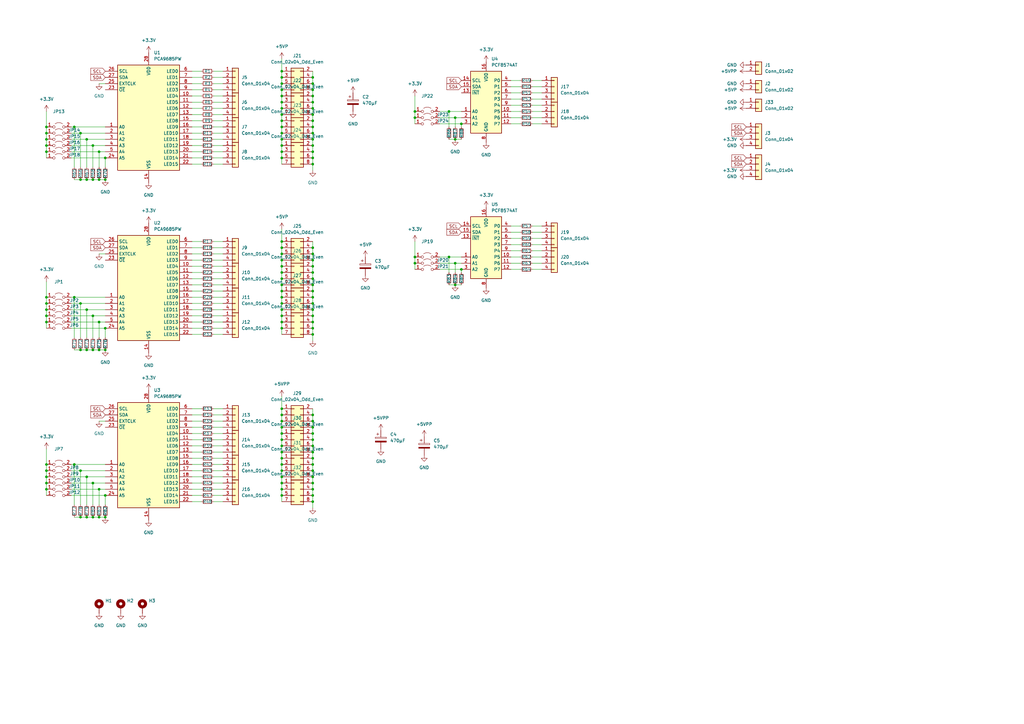
<source format=kicad_sch>
(kicad_sch (version 20250114) (generator "eeschema") (generator_version "9.0")
  (paper "A3")
  (junction (at 115.57 57.15))
  (junction (at 128.27 52.07))
  (junction (at 115.57 121.92))
  (junction (at 128.27 127))
  (junction (at 35.56 212.09))
  (junction (at 128.27 116.84))
  (junction (at 115.57 129.54))
  (junction (at 128.27 44.45))
  (junction (at 19.05 132.08))
  (junction (at 115.57 31.75))
  (junction (at 40.64 62.23))
  (junction (at 115.57 52.07))
  (junction (at 186.69 57.15))
  (junction (at 19.05 54.61))
  (junction (at 170.18 105.41))
  (junction (at 128.27 34.29))
  (junction (at 115.57 119.38))
  (junction (at 115.57 111.76))
  (junction (at 128.27 67.31))
  (junction (at 33.02 124.46))
  (junction (at 38.1 198.12))
  (junction (at 115.57 59.69))
  (junction (at 128.27 200.66))
  (junction (at 38.1 129.54))
  (junction (at 128.27 59.69))
  (junction (at 128.27 41.91))
  (junction (at 33.02 54.61))
  (junction (at 115.57 49.53))
  (junction (at 38.1 59.69))
  (junction (at 128.27 46.99))
  (junction (at 184.15 105.41))
  (junction (at 189.23 110.49))
  (junction (at 186.69 107.95))
  (junction (at 115.57 46.99))
  (junction (at 128.27 64.77))
  (junction (at 115.57 124.46))
  (junction (at 186.69 48.26))
  (junction (at 115.57 109.22))
  (junction (at 19.05 121.92))
  (junction (at 128.27 190.5))
  (junction (at 38.1 73.66))
  (junction (at 35.56 57.15))
  (junction (at 189.23 50.8))
  (junction (at 128.27 203.2))
  (junction (at 33.02 212.09))
  (junction (at 35.56 127))
  (junction (at 170.18 107.95))
  (junction (at 128.27 132.08))
  (junction (at 40.64 73.66))
  (junction (at 115.57 193.04))
  (junction (at 115.57 180.34))
  (junction (at 40.64 212.09))
  (junction (at 115.57 36.83))
  (junction (at 128.27 182.88))
  (junction (at 128.27 198.12))
  (junction (at 43.18 143.51))
  (junction (at 19.05 59.69))
  (junction (at 115.57 116.84))
  (junction (at 115.57 172.72))
  (junction (at 128.27 187.96))
  (junction (at 115.57 134.62))
  (junction (at 19.05 52.07))
  (junction (at 128.27 39.37))
  (junction (at 43.18 64.77))
  (junction (at 19.05 195.58))
  (junction (at 115.57 182.88))
  (junction (at 128.27 114.3))
  (junction (at 115.57 127))
  (junction (at 128.27 121.92))
  (junction (at 128.27 124.46))
  (junction (at 43.18 134.62))
  (junction (at 115.57 62.23))
  (junction (at 40.64 132.08))
  (junction (at 115.57 39.37))
  (junction (at 128.27 101.6))
  (junction (at 128.27 111.76))
  (junction (at 43.18 73.66))
  (junction (at 115.57 198.12))
  (junction (at 128.27 31.75))
  (junction (at 128.27 180.34))
  (junction (at 128.27 177.8))
  (junction (at 33.02 73.66))
  (junction (at 19.05 124.46))
  (junction (at 115.57 101.6))
  (junction (at 35.56 73.66))
  (junction (at 128.27 195.58))
  (junction (at 115.57 106.68))
  (junction (at 115.57 175.26))
  (junction (at 128.27 119.38))
  (junction (at 115.57 54.61))
  (junction (at 128.27 36.83))
  (junction (at 30.48 52.07))
  (junction (at 35.56 195.58))
  (junction (at 19.05 190.5))
  (junction (at 35.56 143.51))
  (junction (at 19.05 62.23))
  (junction (at 40.64 200.66))
  (junction (at 128.27 172.72))
  (junction (at 19.05 127))
  (junction (at 38.1 143.51))
  (junction (at 19.05 198.12))
  (junction (at 38.1 212.09))
  (junction (at 19.05 193.04))
  (junction (at 30.48 190.5))
  (junction (at 115.57 203.2))
  (junction (at 115.57 167.64))
  (junction (at 43.18 212.09))
  (junction (at 115.57 104.14))
  (junction (at 128.27 134.62))
  (junction (at 128.27 137.16))
  (junction (at 128.27 62.23))
  (junction (at 19.05 57.15))
  (junction (at 128.27 57.15))
  (junction (at 128.27 54.61))
  (junction (at 128.27 104.14))
  (junction (at 128.27 129.54))
  (junction (at 43.18 203.2))
  (junction (at 128.27 205.74))
  (junction (at 115.57 185.42))
  (junction (at 115.57 187.96))
  (junction (at 170.18 48.26))
  (junction (at 115.57 44.45))
  (junction (at 128.27 106.68))
  (junction (at 115.57 170.18))
  (junction (at 115.57 64.77))
  (junction (at 33.02 193.04))
  (junction (at 184.15 45.72))
  (junction (at 115.57 114.3))
  (junction (at 40.64 143.51))
  (junction (at 33.02 143.51))
  (junction (at 115.57 29.21))
  (junction (at 19.05 129.54))
  (junction (at 115.57 195.58))
  (junction (at 115.57 34.29))
  (junction (at 128.27 170.18))
  (junction (at 115.57 190.5))
  (junction (at 115.57 132.08))
  (junction (at 19.05 200.66))
  (junction (at 186.69 116.84))
  (junction (at 115.57 99.06))
  (junction (at 128.27 193.04))
  (junction (at 128.27 49.53))
  (junction (at 115.57 177.8))
  (junction (at 170.18 45.72))
  (junction (at 128.27 109.22))
  (junction (at 115.57 200.66))
  (junction (at 128.27 175.26))
  (junction (at 30.48 121.92))
  (junction (at 128.27 185.42))
  (junction (at 115.57 41.91))
  (wire (pts (xy 82.55 205.74) (xy 78.74 205.74)))
  (wire (pts (xy 29.21 190.5) (xy 30.48 190.5)))
  (wire (pts (xy 128.27 187.96) (xy 128.27 190.5)))
  (wire (pts (xy 91.44 29.21) (xy 87.63 29.21)))
  (wire (pts (xy 115.57 182.88) (xy 115.57 185.42)))
  (wire (pts (xy 38.1 198.12) (xy 43.18 198.12)))
  (wire (pts (xy 35.56 195.58) (xy 35.56 207.01)))
  (wire (pts (xy 128.27 193.04) (xy 128.27 195.58)))
  (wire (pts (xy 33.02 54.61) (xy 43.18 54.61)))
  (wire (pts (xy 115.57 29.21) (xy 115.57 31.75)))
  (wire (pts (xy 82.55 67.31) (xy 78.74 67.31)))
  (wire (pts (xy 128.27 119.38) (xy 128.27 121.92)))
  (wire (pts (xy 115.57 36.83) (xy 115.57 39.37)))
  (wire (pts (xy 180.34 110.49) (xy 189.23 110.49)))
  (wire (pts (xy 30.48 212.09) (xy 33.02 212.09)))
  (wire (pts (xy 38.1 212.09) (xy 40.64 212.09)))
  (wire (pts (xy 91.44 114.3) (xy 87.63 114.3)))
  (wire (pts (xy 128.27 34.29) (xy 128.27 36.83)))
  (wire (pts (xy 115.57 24.13) (xy 115.57 29.21)))
  (wire (pts (xy 91.44 116.84) (xy 87.63 116.84)))
  (wire (pts (xy 91.44 127) (xy 87.63 127)))
  (wire (pts (xy 91.44 134.62) (xy 87.63 134.62)))
  (wire (pts (xy 82.55 167.64) (xy 78.74 167.64)))
  (wire (pts (xy 91.44 54.61) (xy 87.63 54.61)))
  (wire (pts (xy 128.27 46.99) (xy 128.27 49.53)))
  (wire (pts (xy 19.05 193.04) (xy 19.05 195.58)))
  (wire (pts (xy 115.57 39.37) (xy 115.57 41.91)))
  (wire (pts (xy 115.57 195.58) (xy 115.57 198.12)))
  (wire (pts (xy 91.44 121.92) (xy 87.63 121.92)))
  (wire (pts (xy 180.34 45.72) (xy 184.15 45.72)))
  (wire (pts (xy 29.21 127) (xy 35.56 127)))
  (wire (pts (xy 82.55 185.42) (xy 78.74 185.42)))
  (wire (pts (xy 115.57 132.08) (xy 115.57 134.62)))
  (wire (pts (xy 128.27 175.26) (xy 128.27 177.8)))
  (wire (pts (xy 82.55 41.91) (xy 78.74 41.91)))
  (wire (pts (xy 115.57 203.2) (xy 115.57 205.74)))
  (wire (pts (xy 115.57 170.18) (xy 115.57 172.72)))
  (wire (pts (xy 91.44 167.64) (xy 87.63 167.64)))
  (wire (pts (xy 19.05 127) (xy 19.05 129.54)))
  (wire (pts (xy 128.27 111.76) (xy 128.27 114.3)))
  (wire (pts (xy 19.05 54.61) (xy 19.05 57.15)))
  (wire (pts (xy 82.55 129.54) (xy 78.74 129.54)))
  (wire (pts (xy 38.1 73.66) (xy 40.64 73.66)))
  (wire (pts (xy 30.48 52.07) (xy 30.48 68.58)))
  (wire (pts (xy 186.69 57.15) (xy 189.23 57.15)))
  (wire (pts (xy 222.25 40.64) (xy 218.44 40.64)))
  (wire (pts (xy 115.57 49.53) (xy 115.57 52.07)))
  (wire (pts (xy 19.05 195.58) (xy 19.05 198.12)))
  (wire (pts (xy 82.55 132.08) (xy 78.74 132.08)))
  (wire (pts (xy 40.64 200.66) (xy 43.18 200.66)))
  (wire (pts (xy 82.55 177.8) (xy 78.74 177.8)))
  (wire (pts (xy 115.57 187.96) (xy 115.57 190.5)))
  (wire (pts (xy 40.64 34.29) (xy 43.18 34.29)))
  (wire (pts (xy 38.1 129.54) (xy 38.1 138.43)))
  (wire (pts (xy 115.57 190.5) (xy 115.57 193.04)))
  (wire (pts (xy 91.44 52.07) (xy 87.63 52.07)))
  (wire (pts (xy 128.27 116.84) (xy 128.27 119.38)))
  (wire (pts (xy 40.64 200.66) (xy 40.64 207.01)))
  (wire (pts (xy 184.15 45.72) (xy 189.23 45.72)))
  (wire (pts (xy 213.36 48.26) (xy 209.55 48.26)))
  (wire (pts (xy 82.55 200.66) (xy 78.74 200.66)))
  (wire (pts (xy 82.55 39.37) (xy 78.74 39.37)))
  (wire (pts (xy 91.44 170.18) (xy 87.63 170.18)))
  (wire (pts (xy 115.57 162.56) (xy 115.57 167.64)))
  (wire (pts (xy 213.36 50.8) (xy 209.55 50.8)))
  (wire (pts (xy 91.44 111.76) (xy 87.63 111.76)))
  (wire (pts (xy 189.23 50.8) (xy 189.23 52.07)))
  (wire (pts (xy 222.25 97.79) (xy 218.44 97.79)))
  (wire (pts (xy 184.15 45.72) (xy 184.15 52.07)))
  (wire (pts (xy 222.25 100.33) (xy 218.44 100.33)))
  (wire (pts (xy 213.36 38.1) (xy 209.55 38.1)))
  (wire (pts (xy 91.44 31.75) (xy 87.63 31.75)))
  (wire (pts (xy 30.48 52.07) (xy 43.18 52.07)))
  (wire (pts (xy 128.27 114.3) (xy 128.27 116.84)))
  (wire (pts (xy 115.57 57.15) (xy 115.57 59.69)))
  (wire (pts (xy 82.55 52.07) (xy 78.74 52.07)))
  (wire (pts (xy 29.21 57.15) (xy 35.56 57.15)))
  (wire (pts (xy 91.44 49.53) (xy 87.63 49.53)))
  (wire (pts (xy 29.21 203.2) (xy 43.18 203.2)))
  (wire (pts (xy 213.36 107.95) (xy 209.55 107.95)))
  (wire (pts (xy 33.02 143.51) (xy 35.56 143.51)))
  (wire (pts (xy 91.44 177.8) (xy 87.63 177.8)))
  (wire (pts (xy 38.1 143.51) (xy 40.64 143.51)))
  (wire (pts (xy 115.57 193.04) (xy 115.57 195.58)))
  (wire (pts (xy 222.25 35.56) (xy 218.44 35.56)))
  (wire (pts (xy 82.55 187.96) (xy 78.74 187.96)))
  (wire (pts (xy 82.55 34.29) (xy 78.74 34.29)))
  (wire (pts (xy 115.57 200.66) (xy 115.57 203.2)))
  (wire (pts (xy 91.44 175.26) (xy 87.63 175.26)))
  (wire (pts (xy 189.23 110.49) (xy 189.23 111.76)))
  (wire (pts (xy 82.55 54.61) (xy 78.74 54.61)))
  (wire (pts (xy 82.55 124.46) (xy 78.74 124.46)))
  (wire (pts (xy 30.48 73.66) (xy 33.02 73.66)))
  (wire (pts (xy 128.27 208.28) (xy 128.27 205.74)))
  (wire (pts (xy 128.27 177.8) (xy 128.27 180.34)))
  (wire (pts (xy 213.36 95.25) (xy 209.55 95.25)))
  (wire (pts (xy 213.36 43.18) (xy 209.55 43.18)))
  (wire (pts (xy 82.55 31.75) (xy 78.74 31.75)))
  (wire (pts (xy 170.18 45.72) (xy 170.18 48.26)))
  (wire (pts (xy 82.55 172.72) (xy 78.74 172.72)))
  (wire (pts (xy 170.18 107.95) (xy 170.18 110.49)))
  (wire (pts (xy 115.57 44.45) (xy 115.57 46.99)))
  (wire (pts (xy 91.44 119.38) (xy 87.63 119.38)))
  (wire (pts (xy 91.44 57.15) (xy 87.63 57.15)))
  (wire (pts (xy 213.36 35.56) (xy 209.55 35.56)))
  (wire (pts (xy 29.21 52.07) (xy 30.48 52.07)))
  (wire (pts (xy 29.21 59.69) (xy 38.1 59.69)))
  (wire (pts (xy 213.36 105.41) (xy 209.55 105.41)))
  (wire (pts (xy 82.55 121.92) (xy 78.74 121.92)))
  (wire (pts (xy 128.27 41.91) (xy 128.27 44.45)))
  (wire (pts (xy 91.44 101.6) (xy 87.63 101.6)))
  (wire (pts (xy 115.57 177.8) (xy 115.57 180.34)))
  (wire (pts (xy 186.69 107.95) (xy 189.23 107.95)))
  (wire (pts (xy 180.34 50.8) (xy 189.23 50.8)))
  (wire (pts (xy 29.21 62.23) (xy 40.64 62.23)))
  (wire (pts (xy 82.55 182.88) (xy 78.74 182.88)))
  (wire (pts (xy 115.57 175.26) (xy 115.57 177.8)))
  (wire (pts (xy 19.05 57.15) (xy 19.05 59.69)))
  (wire (pts (xy 128.27 129.54) (xy 128.27 132.08)))
  (wire (pts (xy 29.21 121.92) (xy 30.48 121.92)))
  (wire (pts (xy 19.05 200.66) (xy 19.05 203.2)))
  (wire (pts (xy 82.55 46.99) (xy 78.74 46.99)))
  (wire (pts (xy 91.44 187.96) (xy 87.63 187.96)))
  (wire (pts (xy 33.02 124.46) (xy 33.02 138.43)))
  (wire (pts (xy 213.36 92.71) (xy 209.55 92.71)))
  (wire (pts (xy 29.21 64.77) (xy 43.18 64.77)))
  (wire (pts (xy 115.57 106.68) (xy 115.57 109.22)))
  (wire (pts (xy 33.02 124.46) (xy 43.18 124.46)))
  (wire (pts (xy 19.05 124.46) (xy 19.05 127)))
  (wire (pts (xy 19.05 52.07) (xy 19.05 54.61)))
  (wire (pts (xy 29.21 124.46) (xy 33.02 124.46)))
  (wire (pts (xy 38.1 59.69) (xy 38.1 68.58)))
  (wire (pts (xy 186.69 48.26) (xy 186.69 52.07)))
  (wire (pts (xy 82.55 116.84) (xy 78.74 116.84)))
  (wire (pts (xy 128.27 139.7) (xy 128.27 137.16)))
  (wire (pts (xy 91.44 34.29) (xy 87.63 34.29)))
  (wire (pts (xy 82.55 57.15) (xy 78.74 57.15)))
  (wire (pts (xy 91.44 182.88) (xy 87.63 182.88)))
  (wire (pts (xy 19.05 121.92) (xy 19.05 124.46)))
  (wire (pts (xy 29.21 129.54) (xy 38.1 129.54)))
  (wire (pts (xy 115.57 64.77) (xy 115.57 67.31)))
  (wire (pts (xy 180.34 107.95) (xy 186.69 107.95)))
  (wire (pts (xy 170.18 99.06) (xy 170.18 105.41)))
  (wire (pts (xy 128.27 203.2) (xy 128.27 205.74)))
  (wire (pts (xy 128.27 49.53) (xy 128.27 52.07)))
  (wire (pts (xy 19.05 184.15) (xy 19.05 190.5)))
  (wire (pts (xy 91.44 39.37) (xy 87.63 39.37)))
  (wire (pts (xy 115.57 180.34) (xy 115.57 182.88)))
  (wire (pts (xy 29.21 195.58) (xy 35.56 195.58)))
  (wire (pts (xy 186.69 116.84) (xy 189.23 116.84)))
  (wire (pts (xy 91.44 172.72) (xy 87.63 172.72)))
  (wire (pts (xy 43.18 203.2) (xy 43.18 207.01)))
  (wire (pts (xy 30.48 121.92) (xy 30.48 138.43)))
  (wire (pts (xy 40.64 172.72) (xy 43.18 172.72)))
  (wire (pts (xy 128.27 101.6) (xy 128.27 104.14)))
  (wire (pts (xy 38.1 129.54) (xy 43.18 129.54)))
  (wire (pts (xy 91.44 195.58) (xy 87.63 195.58)))
  (wire (pts (xy 82.55 170.18) (xy 78.74 170.18)))
  (wire (pts (xy 170.18 105.41) (xy 170.18 107.95)))
  (wire (pts (xy 82.55 49.53) (xy 78.74 49.53)))
  (wire (pts (xy 29.21 198.12) (xy 38.1 198.12)))
  (wire (pts (xy 128.27 104.14) (xy 128.27 106.68)))
  (wire (pts (xy 184.15 116.84) (xy 186.69 116.84)))
  (wire (pts (xy 82.55 127) (xy 78.74 127)))
  (wire (pts (xy 33.02 212.09) (xy 35.56 212.09)))
  (wire (pts (xy 30.48 121.92) (xy 43.18 121.92)))
  (wire (pts (xy 35.56 57.15) (xy 43.18 57.15)))
  (wire (pts (xy 213.36 33.02) (xy 209.55 33.02)))
  (wire (pts (xy 30.48 190.5) (xy 30.48 207.01)))
  (wire (pts (xy 38.1 59.69) (xy 43.18 59.69)))
  (wire (pts (xy 91.44 193.04) (xy 87.63 193.04)))
  (wire (pts (xy 115.57 134.62) (xy 115.57 137.16)))
  (wire (pts (xy 91.44 180.34) (xy 87.63 180.34)))
  (wire (pts (xy 33.02 193.04) (xy 33.02 207.01)))
  (wire (pts (xy 82.55 29.21) (xy 78.74 29.21)))
  (wire (pts (xy 170.18 39.37) (xy 170.18 45.72)))
  (wire (pts (xy 19.05 115.57) (xy 19.05 121.92)))
  (wire (pts (xy 115.57 54.61) (xy 115.57 57.15)))
  (wire (pts (xy 180.34 105.41) (xy 184.15 105.41)))
  (wire (pts (xy 128.27 59.69) (xy 128.27 62.23)))
  (wire (pts (xy 115.57 119.38) (xy 115.57 121.92)))
  (wire (pts (xy 170.18 48.26) (xy 170.18 50.8)))
  (wire (pts (xy 82.55 101.6) (xy 78.74 101.6)))
  (wire (pts (xy 222.25 50.8) (xy 218.44 50.8)))
  (wire (pts (xy 128.27 31.75) (xy 128.27 34.29)))
  (wire (pts (xy 115.57 62.23) (xy 115.57 64.77)))
  (wire (pts (xy 29.21 200.66) (xy 40.64 200.66)))
  (wire (pts (xy 29.21 132.08) (xy 40.64 132.08)))
  (wire (pts (xy 35.56 195.58) (xy 43.18 195.58)))
  (wire (pts (xy 40.64 62.23) (xy 43.18 62.23)))
  (wire (pts (xy 128.27 127) (xy 128.27 129.54)))
  (wire (pts (xy 82.55 99.06) (xy 78.74 99.06)))
  (wire (pts (xy 115.57 101.6) (xy 115.57 104.14)))
  (wire (pts (xy 115.57 129.54) (xy 115.57 132.08)))
  (wire (pts (xy 128.27 182.88) (xy 128.27 185.42)))
  (wire (pts (xy 115.57 34.29) (xy 115.57 36.83)))
  (wire (pts (xy 91.44 104.14) (xy 87.63 104.14)))
  (wire (pts (xy 30.48 143.51) (xy 33.02 143.51)))
  (wire (pts (xy 91.44 205.74) (xy 87.63 205.74)))
  (wire (pts (xy 29.21 134.62) (xy 43.18 134.62)))
  (wire (pts (xy 82.55 203.2) (xy 78.74 203.2)))
  (wire (pts (xy 213.36 40.64) (xy 209.55 40.64)))
  (wire (pts (xy 128.27 62.23) (xy 128.27 64.77)))
  (wire (pts (xy 115.57 31.75) (xy 115.57 34.29)))
  (wire (pts (xy 82.55 104.14) (xy 78.74 104.14)))
  (wire (pts (xy 91.44 106.68) (xy 87.63 106.68)))
  (wire (pts (xy 128.27 195.58) (xy 128.27 198.12)))
  (wire (pts (xy 222.25 38.1) (xy 218.44 38.1)))
  (wire (pts (xy 115.57 114.3) (xy 115.57 116.84)))
  (wire (pts (xy 213.36 97.79) (xy 209.55 97.79)))
  (wire (pts (xy 82.55 190.5) (xy 78.74 190.5)))
  (wire (pts (xy 222.25 45.72) (xy 218.44 45.72)))
  (wire (pts (xy 82.55 180.34) (xy 78.74 180.34)))
  (wire (pts (xy 82.55 62.23) (xy 78.74 62.23)))
  (wire (pts (xy 82.55 44.45) (xy 78.74 44.45)))
  (wire (pts (xy 128.27 106.68) (xy 128.27 109.22)))
  (wire (pts (xy 91.44 46.99) (xy 87.63 46.99)))
  (wire (pts (xy 222.25 95.25) (xy 218.44 95.25)))
  (wire (pts (xy 128.27 54.61) (xy 128.27 57.15)))
  (wire (pts (xy 35.56 127) (xy 35.56 138.43)))
  (wire (pts (xy 35.56 127) (xy 43.18 127)))
  (wire (pts (xy 29.21 54.61) (xy 33.02 54.61)))
  (wire (pts (xy 82.55 193.04) (xy 78.74 193.04)))
  (wire (pts (xy 115.57 109.22) (xy 115.57 111.76)))
  (wire (pts (xy 128.27 134.62) (xy 128.27 137.16)))
  (wire (pts (xy 33.02 193.04) (xy 43.18 193.04)))
  (wire (pts (xy 128.27 185.42) (xy 128.27 187.96)))
  (wire (pts (xy 91.44 137.16) (xy 87.63 137.16)))
  (wire (pts (xy 180.34 48.26) (xy 186.69 48.26)))
  (wire (pts (xy 35.56 212.09) (xy 38.1 212.09)))
  (wire (pts (xy 82.55 114.3) (xy 78.74 114.3)))
  (wire (pts (xy 115.57 172.72) (xy 115.57 175.26)))
  (wire (pts (xy 115.57 127) (xy 115.57 129.54)))
  (wire (pts (xy 35.56 57.15) (xy 35.56 68.58)))
  (wire (pts (xy 128.27 52.07) (xy 128.27 54.61)))
  (wire (pts (xy 40.64 104.14) (xy 43.18 104.14)))
  (wire (pts (xy 82.55 109.22) (xy 78.74 109.22)))
  (wire (pts (xy 91.44 129.54) (xy 87.63 129.54)))
  (wire (pts (xy 128.27 167.64) (xy 128.27 170.18)))
  (wire (pts (xy 222.25 107.95) (xy 218.44 107.95)))
  (wire (pts (xy 115.57 167.64) (xy 115.57 170.18)))
  (wire (pts (xy 128.27 170.18) (xy 128.27 172.72)))
  (wire (pts (xy 128.27 190.5) (xy 128.27 193.04)))
  (wire (pts (xy 213.36 100.33) (xy 209.55 100.33)))
  (wire (pts (xy 82.55 137.16) (xy 78.74 137.16)))
  (wire (pts (xy 33.02 73.66) (xy 35.56 73.66)))
  (wire (pts (xy 184.15 105.41) (xy 184.15 111.76)))
  (wire (pts (xy 19.05 190.5) (xy 19.05 193.04)))
  (wire (pts (xy 82.55 64.77) (xy 78.74 64.77)))
  (wire (pts (xy 43.18 64.77) (xy 43.18 68.58)))
  (wire (pts (xy 222.25 48.26) (xy 218.44 48.26)))
  (wire (pts (xy 115.57 59.69) (xy 115.57 62.23)))
  (wire (pts (xy 115.57 93.98) (xy 115.57 99.06)))
  (wire (pts (xy 38.1 198.12) (xy 38.1 207.01)))
  (wire (pts (xy 35.56 143.51) (xy 38.1 143.51)))
  (wire (pts (xy 91.44 62.23) (xy 87.63 62.23)))
  (wire (pts (xy 222.25 102.87) (xy 218.44 102.87)))
  (wire (pts (xy 115.57 41.91) (xy 115.57 44.45)))
  (wire (pts (xy 115.57 52.07) (xy 115.57 54.61)))
  (wire (pts (xy 91.44 190.5) (xy 87.63 190.5)))
  (wire (pts (xy 40.64 132.08) (xy 40.64 138.43)))
  (wire (pts (xy 33.02 54.61) (xy 33.02 68.58)))
  (wire (pts (xy 128.27 180.34) (xy 128.27 182.88)))
  (wire (pts (xy 40.64 62.23) (xy 40.64 68.58)))
  (wire (pts (xy 19.05 198.12) (xy 19.05 200.66)))
  (wire (pts (xy 91.44 44.45) (xy 87.63 44.45)))
  (wire (pts (xy 184.15 105.41) (xy 189.23 105.41)))
  (wire (pts (xy 82.55 59.69) (xy 78.74 59.69)))
  (wire (pts (xy 29.21 193.04) (xy 33.02 193.04)))
  (wire (pts (xy 40.64 212.09) (xy 43.18 212.09)))
  (wire (pts (xy 128.27 200.66) (xy 128.27 203.2)))
  (wire (pts (xy 222.25 33.02) (xy 218.44 33.02)))
  (wire (pts (xy 91.44 124.46) (xy 87.63 124.46)))
  (wire (pts (xy 186.69 48.26) (xy 189.23 48.26)))
  (wire (pts (xy 82.55 198.12) (xy 78.74 198.12)))
  (wire (pts (xy 30.48 190.5) (xy 43.18 190.5)))
  (wire (pts (xy 128.27 64.77) (xy 128.27 67.31)))
  (wire (pts (xy 222.25 105.41) (xy 218.44 105.41)))
  (wire (pts (xy 128.27 57.15) (xy 128.27 59.69)))
  (wire (pts (xy 82.55 106.68) (xy 78.74 106.68)))
  (wire (pts (xy 115.57 104.14) (xy 115.57 106.68)))
  (wire (pts (xy 19.05 45.72) (xy 19.05 52.07)))
  (wire (pts (xy 115.57 121.92) (xy 115.57 124.46)))
  (wire (pts (xy 82.55 175.26) (xy 78.74 175.26)))
  (wire (pts (xy 91.44 185.42) (xy 87.63 185.42)))
  (wire (pts (xy 186.69 107.95) (xy 186.69 111.76)))
  (wire (pts (xy 222.25 43.18) (xy 218.44 43.18)))
  (wire (pts (xy 115.57 46.99) (xy 115.57 49.53)))
  (wire (pts (xy 82.55 36.83) (xy 78.74 36.83)))
  (wire (pts (xy 91.44 198.12) (xy 87.63 198.12)))
  (wire (pts (xy 115.57 116.84) (xy 115.57 119.38)))
  (wire (pts (xy 184.15 57.15) (xy 186.69 57.15)))
  (wire (pts (xy 19.05 129.54) (xy 19.05 132.08)))
  (wire (pts (xy 40.64 73.66) (xy 43.18 73.66)))
  (wire (pts (xy 91.44 36.83) (xy 87.63 36.83)))
  (wire (pts (xy 35.56 73.66) (xy 38.1 73.66)))
  (wire (pts (xy 115.57 124.46) (xy 115.57 127)))
  (wire (pts (xy 91.44 67.31) (xy 87.63 67.31)))
  (wire (pts (xy 115.57 99.06) (xy 115.57 101.6)))
  (wire (pts (xy 19.05 59.69) (xy 19.05 62.23)))
  (wire (pts (xy 128.27 121.92) (xy 128.27 124.46)))
  (wire (pts (xy 115.57 111.76) (xy 115.57 114.3)))
  (wire (pts (xy 19.05 132.08) (xy 19.05 134.62)))
  (wire (pts (xy 128.27 109.22) (xy 128.27 111.76)))
  (wire (pts (xy 91.44 64.77) (xy 87.63 64.77)))
  (wire (pts (xy 128.27 39.37) (xy 128.27 41.91)))
  (wire (pts (xy 91.44 41.91) (xy 87.63 41.91)))
  (wire (pts (xy 115.57 185.42) (xy 115.57 187.96)))
  (wire (pts (xy 91.44 109.22) (xy 87.63 109.22)))
  (wire (pts (xy 213.36 110.49) (xy 209.55 110.49)))
  (wire (pts (xy 128.27 172.72) (xy 128.27 175.26)))
  (wire (pts (xy 128.27 198.12) (xy 128.27 200.66)))
  (wire (pts (xy 91.44 203.2) (xy 87.63 203.2)))
  (wire (pts (xy 91.44 200.66) (xy 87.63 200.66)))
  (wire (pts (xy 128.27 44.45) (xy 128.27 46.99)))
  (wire (pts (xy 213.36 102.87) (xy 209.55 102.87)))
  (wire (pts (xy 128.27 99.06) (xy 128.27 101.6)))
  (wire (pts (xy 115.57 198.12) (xy 115.57 200.66)))
  (wire (pts (xy 128.27 132.08) (xy 128.27 134.62)))
  (wire (pts (xy 91.44 99.06) (xy 87.63 99.06)))
  (wire (pts (xy 91.44 132.08) (xy 87.63 132.08)))
  (wire (pts (xy 222.25 92.71) (xy 218.44 92.71)))
  (wire (pts (xy 128.27 69.85) (xy 128.27 67.31)))
  (wire (pts (xy 43.18 134.62) (xy 43.18 138.43)))
  (wire (pts (xy 128.27 36.83) (xy 128.27 39.37)))
  (wire (pts (xy 91.44 59.69) (xy 87.63 59.69)))
  (wire (pts (xy 128.27 29.21) (xy 128.27 31.75)))
  (wire (pts (xy 82.55 111.76) (xy 78.74 111.76)))
  (wire (pts (xy 82.55 195.58) (xy 78.74 195.58)))
  (wire (pts (xy 128.27 124.46) (xy 128.27 127)))
  (wire (pts (xy 213.36 45.72) (xy 209.55 45.72)))
  (wire (pts (xy 82.55 119.38) (xy 78.74 119.38)))
  (wire (pts (xy 40.64 143.51) (xy 43.18 143.51)))
  (wire (pts (xy 19.05 62.23) (xy 19.05 64.77)))
  (wire (pts (xy 40.64 132.08) (xy 43.18 132.08)))
  (wire (pts (xy 222.25 110.49) (xy 218.44 110.49)))
  (wire (pts (xy 82.55 134.62) (xy 78.74 134.62)))
  (global_label "SCL" (shape input) (at 43.18 29.21 180) (property "Intersheetrefs" "${INTERSHEET_REFS}" (effects (hide yes))))
  (global_label "SDA" (shape input) (at 306.07 67.31 180) (property "Intersheetrefs" "${INTERSHEET_REFS}" (effects (hide yes))))
  (global_label "SCL" (shape input) (at 306.07 64.77 180) (property "Intersheetrefs" "${INTERSHEET_REFS}" (effects (hide yes))))
  (global_label "SCL" (shape input) (at 189.23 33.02 180) (property "Intersheetrefs" "${INTERSHEET_REFS}" (effects (hide yes))))
  (global_label "SDA" (shape input) (at 43.18 170.18 180) (property "Intersheetrefs" "${INTERSHEET_REFS}" (effects (hide yes))))
  (global_label "SDA" (shape input) (at 189.23 95.25 180) (property "Intersheetrefs" "${INTERSHEET_REFS}" (effects (hide yes))))
  (global_label "SCL" (shape input) (at 306.07 52.07 180) (property "Intersheetrefs" "${INTERSHEET_REFS}" (effects (hide yes))))
  (global_label "SDA" (shape input) (at 189.23 35.56 180) (property "Intersheetrefs" "${INTERSHEET_REFS}" (effects (hide yes))))
  (global_label "SDA" (shape input) (at 306.07 54.61 180) (property "Intersheetrefs" "${INTERSHEET_REFS}" (effects (hide yes))))
  (global_label "SCL" (shape input) (at 189.23 92.71 180) (property "Intersheetrefs" "${INTERSHEET_REFS}" (effects (hide yes))))
  (global_label "SDA" (shape input) (at 43.18 31.75 180) (property "Intersheetrefs" "${INTERSHEET_REFS}" (effects (hide yes))))
  (global_label "SDA" (shape input) (at 43.18 101.6 180) (property "Intersheetrefs" "${INTERSHEET_REFS}" (effects (hide yes))))
  (global_label "SCL" (shape input) (at 43.18 167.64 180) (property "Intersheetrefs" "${INTERSHEET_REFS}" (effects (hide yes))))
  (global_label "SCL" (shape input) (at 43.18 99.06 180) (property "Intersheetrefs" "${INTERSHEET_REFS}" (effects (hide yes))))
  (symbol (lib_id "Connector_Generic:Conn_02x04_Odd_Even") (at 120.65 170.18 0) (unit 1)
    (property "Reference" "J29" (at 121.92 161.29 0))
    (property "Value" "Conn_02x04_Odd_Even" (at 121.92 163.83 0))
    (property "Footprint" "Connector_PinHeader_2.54mm:PinHeader_2x04_P2.54mm_Vertical" (effects (hide yes)))
  )
  (symbol (lib_id "power:+3.3V") (at 60.96 160.02 0) (unit 1)
    (property "Reference" "#PWR027" (effects (hide yes)))
    (property "Value" "+3.3V" (at 60.96 154.94 0))
  )
  (symbol (lib_id "Jumper:Jumper_2_Open") (at 24.13 129.54 0) (unit 1)
    (property "Reference" "JP4" (at 30.48 128.27 0))
    (property "Value" "Jumper_2_Open" (effects (hide yes)))
    (property "Footprint" "Jumper:SolderJumper-2_P1.3mm_Open_Pad1.0x1.5mm" (effects (hide yes)))
  )
  (symbol (lib_id "Connector_Generic:Conn_01x04") (at 227.33 105.41 0) (unit 1)
    (property "Reference" "J20" (at 229.87 105.4099 0) (effects (justify left)))
    (property "Value" "Conn_01x04" (at 229.87 107.9499 0) (effects (justify left)))
    (property "Footprint" "Connector_PinHeader_2.54mm:PinHeader_1x04_P2.54mm_Vertical" (effects (hide yes)))
  )
  (symbol (lib_id "Device:R_Small") (at 85.09 172.72 90) (unit 1)
    (property "Reference" "R35" (at 85.09 172.72 90))
    (property "Value" "R_Small" (effects (hide yes)))
    (property "Footprint" "Resistor_SMD:R_1206_3216Metric_Pad1.30x1.75mm_HandSolder" (effects (hide yes)))
  )
  (symbol (lib_id "Connector_Generic:Conn_01x04") (at 96.52 170.18 0) (unit 1)
    (property "Reference" "J13" (at 99.06 170.1799 0) (effects (justify left)))
    (property "Value" "Conn_01x04" (at 99.06 172.7199 0) (effects (justify left)))
    (property "Footprint" "Connector_PinHeader_2.54mm:PinHeader_1x04_P2.54mm_Vertical" (effects (hide yes)))
  )
  (symbol (lib_id "Connector_Generic:Conn_01x02") (at 311.15 34.29 0) (unit 1)
    (property "Reference" "J2" (at 313.69 34.2899 0) (effects (justify left)))
    (property "Value" "Conn_01x02" (at 313.69 36.8299 0) (effects (justify left)))
    (property "Footprint" "Connector_AMASS:AMASS_XT30U-F_1x02_P5.0mm_Vertical" (effects (hide yes)))
    (property "Description" "Generic connector, single row, 01x02, script generated (kicad-library-utils/schlib/autogen/connector/)" (effects (hide yes)))
  )
  (symbol (lib_id "power:+3.3V") (at 199.39 85.09 0) (unit 1)
    (property "Reference" "#PWR029" (effects (hide yes)))
    (property "Value" "+3.3V" (at 199.39 80.01 0))
  )
  (symbol (lib_id "Jumper:Jumper_2_Open") (at 24.13 134.62 0) (unit 1)
    (property "Reference" "JP6" (at 30.48 133.35 0))
    (property "Value" "Jumper_2_Open" (effects (hide yes)))
    (property "Footprint" "Jumper:SolderJumper-2_P1.3mm_Open_Pad1.0x1.5mm" (effects (hide yes)))
  )
  (symbol (lib_id "Device:R_Small") (at 215.9 50.8 90) (unit 1)
    (property "Reference" "R56" (at 215.9 50.8 90))
    (property "Value" "R_Small" (effects (hide yes)))
    (property "Footprint" "Resistor_SMD:R_1206_3216Metric_Pad1.30x1.75mm_HandSolder" (effects (hide yes)))
  )
  (symbol (lib_name "GND_1") (lib_id "power:GND") (at 306.07 41.91 270) (unit 1)
    (property "Reference" "#PWR013" (effects (hide yes)))
    (property "Value" "GND" (at 302.26 41.9099 90) (effects (justify right)))
    (property "Description" "Power symbol creates a global label with name \"GND\" , ground" (effects (hide yes)))
  )
  (symbol (lib_id "Device:R_Small") (at 85.09 46.99 90) (unit 1)
    (property "Reference" "R8" (at 85.09 46.99 90))
    (property "Value" "R_Small" (effects (hide yes)))
    (property "Footprint" "Resistor_SMD:R_1206_3216Metric_Pad1.30x1.75mm_HandSolder" (effects (hide yes)))
  )
  (symbol (lib_id "power:GND") (at 186.69 57.15 0) (unit 1)
    (property "Reference" "#PWR054" (effects (hide yes)))
    (property "Value" "GND" (at 186.69 62.23 0))
  )
  (symbol (lib_id "power:+3.3V") (at 19.05 115.57 0) (unit 1)
    (property "Reference" "#PWR035" (effects (hide yes)))
    (property "Value" "+3.3V" (at 19.05 110.49 0))
  )
  (symbol (lib_id "Device:R_Small") (at 85.09 54.61 90) (unit 1)
    (property "Reference" "R11" (at 85.09 54.61 90))
    (property "Value" "R_Small" (effects (hide yes)))
    (property "Footprint" "Resistor_SMD:R_1206_3216Metric_Pad1.30x1.75mm_HandSolder" (effects (hide yes)))
  )
  (symbol (lib_name "GND_2") (lib_id "power:GND") (at 40.64 251.46 0) (unit 1)
    (property "Reference" "#PWR09" (effects (hide yes)))
    (property "Value" "GND" (at 40.64 256.54 0))
    (property "Description" "Power symbol creates a global label with name \"GND\" , ground" (effects (hide yes)))
  )
  (symbol (lib_id "Connector_Generic:Conn_02x04_Odd_Even") (at 120.65 62.23 0) (unit 1)
    (property "Reference" "J24" (at 121.92 53.34 0))
    (property "Value" "Conn_02x04_Odd_Even" (at 121.92 55.88 0))
    (property "Footprint" "Connector_PinHeader_2.54mm:PinHeader_2x04_P2.54mm_Vertical" (effects (hide yes)))
  )
  (symbol (lib_id "power:GND") (at 199.39 58.42 0) (unit 1)
    (property "Reference" "#PWR032" (effects (hide yes)))
    (property "Value" "GND" (at 199.39 63.5 0))
  )
  (symbol (lib_id "Device:R_Small") (at 43.18 140.97 180) (unit 1)
    (property "Reference" "R76" (at 43.18 140.97 90))
    (property "Value" "R_Small" (effects (hide yes)))
    (property "Footprint" "Resistor_SMD:R_1206_3216Metric_Pad1.30x1.75mm_HandSolder" (effects (hide yes)))
  )
  (symbol (lib_id "Device:R_Small") (at 215.9 43.18 90) (unit 1)
    (property "Reference" "R53" (at 215.9 43.18 90))
    (property "Value" "R_Small" (effects (hide yes)))
    (property "Footprint" "Resistor_SMD:R_1206_3216Metric_Pad1.30x1.75mm_HandSolder" (effects (hide yes)))
  )
  (symbol (lib_id "Device:R_Small") (at 85.09 124.46 90) (unit 1)
    (property "Reference" "R27" (at 85.09 124.46 90))
    (property "Value" "R_Small" (effects (hide yes)))
    (property "Footprint" "Resistor_SMD:R_1206_3216Metric_Pad1.30x1.75mm_HandSolder" (effects (hide yes)))
  )
  (symbol (lib_id "Device:R_Small") (at 43.18 71.12 180) (unit 1)
    (property "Reference" "R70" (at 43.18 71.12 90))
    (property "Value" "R_Small" (effects (hide yes)))
    (property "Footprint" "Resistor_SMD:R_1206_3216Metric_Pad1.30x1.75mm_HandSolder" (effects (hide yes)))
  )
  (symbol (lib_id "Driver_LED:PCA9685PW") (at 60.96 185.42 0) (unit 1)
    (property "Reference" "U3" (at 63.1033 160.02 0) (effects (justify left)))
    (property "Value" "PCA9685PW" (at 63.1033 162.56 0) (effects (justify left)))
    (property "Footprint" "Package_SO:TSSOP-28_4.4x9.7mm_P0.65mm" (effects (hide yes)))
    (property "Datasheet" "http://www.nxp.com/docs/en/data-sheet/PCA9685.pdf" (effects (hide yes)))
    (property "Description" "16-channel 12-bit PWM Fm+ I2C-bus LED controller RGBA TSSOP" (effects (hide yes)))
  )
  (symbol (lib_id "power:GND") (at 60.96 213.36 0) (unit 1)
    (property "Reference" "#PWR028" (effects (hide yes)))
    (property "Value" "GND" (at 60.96 218.44 0))
  )
  (symbol (lib_id "Device:R_Small") (at 85.09 195.58 90) (unit 1)
    (property "Reference" "R44" (at 85.09 195.58 90))
    (property "Value" "R_Small" (effects (hide yes)))
    (property "Footprint" "Resistor_SMD:R_1206_3216Metric_Pad1.30x1.75mm_HandSolder" (effects (hide yes)))
  )
  (symbol (lib_id "Jumper:Jumper_2_Open") (at 24.13 64.77 0) (unit 1)
    (property "Reference" "JP18" (at 30.48 63.5 0))
    (property "Value" "Jumper_2_Open" (effects (hide yes)))
    (property "Footprint" "Jumper:SolderJumper-2_P1.3mm_Open_Pad1.0x1.5mm" (effects (hide yes)))
  )
  (symbol (lib_id "Interface_Expansion:PCF8574AT") (at 199.39 100.33 0) (unit 1)
    (property "Reference" "U5" (at 201.5333 83.82 0) (effects (justify left)))
    (property "Value" "PCF8574AT" (at 201.5333 86.36 0) (effects (justify left)))
    (property "Footprint" "Package_SO:SOIC-16W_7.5x10.3mm_P1.27mm" (effects (hide yes)))
    (property "Datasheet" "http://www.nxp.com/docs/en/data-sheet/PCF8574_PCF8574A.pdf" (effects (hide yes)))
    (property "Description" "8 Bit Port/Expander to I2C Bus, fixed address bits 0b0111, SOIC-16" (effects (hide yes)))
  )
  (symbol (lib_id "Device:R_Small") (at 85.09 41.91 90) (unit 1)
    (property "Reference" "R6" (at 85.09 41.91 90))
    (property "Value" "R_Small" (effects (hide yes)))
    (property "Footprint" "Resistor_SMD:R_1206_3216Metric_Pad1.30x1.75mm_HandSolder" (effects (hide yes)))
  )
  (symbol (lib_id "Device:R_Small") (at 85.09 127 90) (unit 1)
    (property "Reference" "R28" (at 85.09 127 90))
    (property "Value" "R_Small" (effects (hide yes)))
    (property "Footprint" "Resistor_SMD:R_1206_3216Metric_Pad1.30x1.75mm_HandSolder" (effects (hide yes)))
  )
  (symbol (lib_id "Device:R_Small") (at 85.09 205.74 90) (unit 1)
    (property "Reference" "R48" (at 85.09 205.74 90))
    (property "Value" "R_Small" (effects (hide yes)))
    (property "Footprint" "Resistor_SMD:R_1206_3216Metric_Pad1.30x1.75mm_HandSolder" (effects (hide yes)))
  )
  (symbol (lib_id "Jumper:Jumper_2_Open") (at 24.13 52.07 0) (unit 1)
    (property "Reference" "JP13" (at 24.13 45.72 0))
    (property "Value" "Jumper_2_Open" (effects (hide yes)))
    (property "Footprint" "Jumper:SolderJumper-2_P1.3mm_Open_Pad1.0x1.5mm" (effects (hide yes)))
  )
  (symbol (lib_id "Device:R_Small") (at 85.09 101.6 90) (unit 1)
    (property "Reference" "R18" (at 85.09 101.6 90))
    (property "Value" "R_Small" (effects (hide yes)))
    (property "Footprint" "Resistor_SMD:R_1206_3216Metric_Pad1.30x1.75mm_HandSolder" (effects (hide yes)))
  )
  (symbol (lib_id "Device:R_Small") (at 215.9 110.49 90) (unit 1)
    (property "Reference" "R64" (at 215.9 110.49 90))
    (property "Value" "R_Small" (effects (hide yes)))
    (property "Footprint" "Resistor_SMD:R_1206_3216Metric_Pad1.30x1.75mm_HandSolder" (effects (hide yes)))
  )
  (symbol (lib_id "Device:R_Small") (at 30.48 71.12 180) (unit 1)
    (property "Reference" "R65" (at 30.48 71.12 90))
    (property "Value" "R_Small" (effects (hide yes)))
    (property "Footprint" "Resistor_SMD:R_1206_3216Metric_Pad1.30x1.75mm_HandSolder" (effects (hide yes)))
  )
  (symbol (lib_id "Device:R_Small") (at 85.09 36.83 90) (unit 1)
    (property "Reference" "R4" (at 85.09 36.83 90))
    (property "Value" "R_Small" (effects (hide yes)))
    (property "Footprint" "Resistor_SMD:R_1206_3216Metric_Pad1.30x1.75mm_HandSolder" (effects (hide yes)))
  )
  (symbol (lib_id "Device:R_Small") (at 33.02 140.97 180) (unit 1)
    (property "Reference" "R72" (at 33.02 140.97 90))
    (property "Value" "R_Small" (effects (hide yes)))
    (property "Footprint" "Resistor_SMD:R_1206_3216Metric_Pad1.30x1.75mm_HandSolder" (effects (hide yes)))
  )
  (symbol (lib_id "Mechanical:MountingHole_Pad") (at 58.42 248.92 0) (unit 1) (in_bom no)
    (property "Reference" "H3" (at 60.96 246.3799 0) (effects (justify left)))
    (property "Value" "MountingHole_Pad" (effects (hide yes)))
    (property "Footprint" "MountingHole:MountingHole_3.2mm_M3_Pad_Via" (effects (hide yes)))
    (property "Description" "Mounting Hole with connection" (effects (hide yes)))
  )
  (symbol (lib_id "Jumper:Jumper_2_Open") (at 24.13 124.46 0) (unit 1)
    (property "Reference" "JP2" (at 30.48 123.19 0))
    (property "Value" "Jumper_2_Open" (effects (hide yes)))
    (property "Footprint" "Jumper:SolderJumper-2_P1.3mm_Open_Pad1.0x1.5mm" (effects (hide yes)))
  )
  (symbol (lib_id "Device:R_Small") (at 38.1 140.97 180) (unit 1)
    (property "Reference" "R74" (at 38.1 140.97 90))
    (property "Value" "R_Small" (effects (hide yes)))
    (property "Footprint" "Resistor_SMD:R_1206_3216Metric_Pad1.30x1.75mm_HandSolder" (effects (hide yes)))
  )
  (symbol (lib_id "Device:R_Small") (at 184.15 54.61 180) (unit 1)
    (property "Reference" "R86" (at 184.15 54.61 90))
    (property "Value" "R_Small" (effects (hide yes)))
    (property "Footprint" "Resistor_SMD:R_1206_3216Metric_Pad1.30x1.75mm_HandSolder" (effects (hide yes)))
  )
  (symbol (lib_id "Mechanical:MountingHole_Pad") (at 40.64 248.92 0) (unit 1) (in_bom no)
    (property "Reference" "H1" (at 43.18 246.3799 0) (effects (justify left)))
    (property "Value" "MountingHole_Pad" (effects (hide yes)))
    (property "Footprint" "MountingHole:MountingHole_3.2mm_M3_Pad_Via" (effects (hide yes)))
    (property "Description" "Mounting Hole with connection" (effects (hide yes)))
  )
  (symbol (lib_id "Connector_Generic:Conn_01x04") (at 227.33 45.72 0) (unit 1)
    (property "Reference" "J18" (at 229.87 45.7199 0) (effects (justify left)))
    (property "Value" "Conn_01x04" (at 229.87 48.2599 0) (effects (justify left)))
    (property "Footprint" "Connector_PinHeader_2.54mm:PinHeader_1x04_P2.54mm_Vertical" (effects (hide yes)))
  )
  (symbol (lib_id "power:+5VP") (at 115.57 93.98 0) (unit 1)
    (property "Reference" "#PWR021" (effects (hide yes)))
    (property "Value" "+5VP" (at 115.57 88.9 0))
  )
  (symbol (lib_id "Connector_Generic:Conn_01x04") (at 96.52 31.75 0) (unit 1)
    (property "Reference" "J5" (at 99.06 31.7499 0) (effects (justify left)))
    (property "Value" "Conn_01x04" (at 99.06 34.2899 0) (effects (justify left)))
    (property "Footprint" "Connector_PinHeader_2.54mm:PinHeader_1x04_P2.54mm_Vertical" (effects (hide yes)))
  )
  (symbol (lib_id "Device:C_Polarized") (at 144.78 41.91 0) (unit 1)
    (property "Reference" "C2" (at 148.59 39.751 0) (effects (justify left)))
    (property "Value" "470µF" (at 148.59 42.291 0) (effects (justify left)))
    (property "Footprint" "Capacitor_THT:CP_Radial_D12.5mm_P5.00mm" (effects (hide yes)))
  )
  (symbol (lib_id "Connector_Generic:Conn_01x04") (at 96.52 132.08 0) (unit 1)
    (property "Reference" "J12" (at 99.06 132.0799 0) (effects (justify left)))
    (property "Value" "Conn_01x04" (at 99.06 134.6199 0) (effects (justify left)))
    (property "Footprint" "Connector_PinHeader_2.54mm:PinHeader_1x04_P2.54mm_Vertical" (effects (hide yes)))
  )
  (symbol (lib_id "Mechanical:MountingHole_Pad") (at 49.53 248.92 0) (unit 1) (in_bom no)
    (property "Reference" "H2" (at 52.07 246.38 0) (effects (justify left)))
    (property "Value" "MountingHole_Pad" (effects (hide yes)))
    (property "Footprint" "MountingHole:MountingHole_3.2mm_M3_Pad_Via" (effects (hide yes)))
    (property "Description" "Mounting Hole with connection" (effects (hide yes)))
  )
  (symbol (lib_id "power:GND") (at 40.64 172.72 0) (unit 1)
    (property "Reference" "#PWR036" (effects (hide yes)))
    (property "Value" "GND" (at 40.64 177.8 0))
  )
  (symbol (lib_id "Device:R_Small") (at 215.9 102.87 90) (unit 1)
    (property "Reference" "R61" (at 215.9 102.87 90))
    (property "Value" "R_Small" (effects (hide yes)))
    (property "Footprint" "Resistor_SMD:R_1206_3216Metric_Pad1.30x1.75mm_HandSolder" (effects (hide yes)))
  )
  (symbol (lib_id "Device:R_Small") (at 85.09 44.45 90) (unit 1)
    (property "Reference" "R7" (at 85.09 44.45 90))
    (property "Value" "R_Small" (effects (hide yes)))
    (property "Footprint" "Resistor_SMD:R_1206_3216Metric_Pad1.30x1.75mm_HandSolder" (effects (hide yes)))
  )
  (symbol (lib_id "Jumper:Jumper_2_Open") (at 175.26 45.72 0) (unit 1)
    (property "Reference" "JP22" (at 175.26 39.37 0))
    (property "Value" "Jumper_2_Open" (effects (hide yes)))
    (property "Footprint" "Jumper:SolderJumper-2_P1.3mm_Open_Pad1.0x1.5mm" (effects (hide yes)))
  )
  (symbol (lib_id "Device:R_Small") (at 85.09 119.38 90) (unit 1)
    (property "Reference" "R25" (at 85.09 119.38 90))
    (property "Value" "R_Small" (effects (hide yes)))
    (property "Footprint" "Resistor_SMD:R_1206_3216Metric_Pad1.30x1.75mm_HandSolder" (effects (hide yes)))
  )
  (symbol (lib_id "Connector_Generic:Conn_01x02") (at 311.15 41.91 0) (unit 1)
    (property "Reference" "J33" (at 313.69 41.9099 0) (effects (justify left)))
    (property "Value" "Conn_01x02" (at 313.69 44.4499 0) (effects (justify left)))
    (property "Footprint" "Connector_AMASS:AMASS_XT30U-F_1x02_P5.0mm_Vertical" (effects (hide yes)))
    (property "Description" "Generic connector, single row, 01x02, script generated (kicad-library-utils/schlib/autogen/connector/)" (effects (hide yes)))
  )
  (symbol (lib_id "power:GND") (at 128.27 139.7 0) (unit 1)
    (property "Reference" "#PWR022" (effects (hide yes)))
    (property "Value" "GND" (at 128.27 144.78 0))
  )
  (symbol (lib_id "Device:R_Small") (at 35.56 209.55 180) (unit 1)
    (property "Reference" "R79" (at 35.56 209.55 90))
    (property "Value" "R_Small" (effects (hide yes)))
    (property "Footprint" "Resistor_SMD:R_1206_3216Metric_Pad1.30x1.75mm_HandSolder" (effects (hide yes)))
  )
  (symbol (lib_id "Jumper:Jumper_2_Open") (at 24.13 59.69 0) (unit 1)
    (property "Reference" "JP16" (at 30.48 58.42 0))
    (property "Value" "Jumper_2_Open" (effects (hide yes)))
    (property "Footprint" "Jumper:SolderJumper-2_P1.3mm_Open_Pad1.0x1.5mm" (effects (hide yes)))
  )
  (symbol (lib_id "Connector_Generic:Conn_02x04_Odd_Even") (at 120.65 200.66 0) (unit 1)
    (property "Reference" "J32" (at 121.92 191.77 0))
    (property "Value" "Conn_02x04_Odd_Even" (at 121.92 194.31 0))
    (property "Footprint" "Connector_PinHeader_2.54mm:PinHeader_2x04_P2.54mm_Vertical" (effects (hide yes)))
  )
  (symbol (lib_id "Connector_Generic:Conn_02x04_Odd_Even") (at 120.65 180.34 0) (unit 1)
    (property "Reference" "J30" (at 121.92 171.45 0))
    (property "Value" "Conn_02x04_Odd_Even" (at 121.92 173.99 0))
    (property "Footprint" "Connector_PinHeader_2.54mm:PinHeader_2x04_P2.54mm_Vertical" (effects (hide yes)))
  )
  (symbol (lib_id "Device:C_Polarized") (at 149.86 109.22 0) (unit 1)
    (property "Reference" "C3" (at 153.67 107.061 0) (effects (justify left)))
    (property "Value" "470µF" (at 153.67 109.601 0) (effects (justify left)))
    (property "Footprint" "Capacitor_THT:CP_Radial_D12.5mm_P5.00mm" (effects (hide yes)))
  )
  (symbol (lib_id "power:+3.3V") (at 60.96 91.44 0) (unit 1)
    (property "Reference" "#PWR025" (effects (hide yes)))
    (property "Value" "+3.3V" (at 60.96 86.36 0))
  )
  (symbol (lib_name "GND_2") (lib_id "power:GND") (at 49.53 251.46 0) (unit 1)
    (property "Reference" "#PWR010" (effects (hide yes)))
    (property "Value" "GND" (at 49.53 256.54 0))
    (property "Description" "Power symbol creates a global label with name \"GND\" , ground" (effects (hide yes)))
  )
  (symbol (lib_id "Device:R_Small") (at 85.09 39.37 90) (unit 1)
    (property "Reference" "R5" (at 85.09 39.37 90))
    (property "Value" "R_Small" (effects (hide yes)))
    (property "Footprint" "Resistor_SMD:R_1206_3216Metric_Pad1.30x1.75mm_HandSolder" (effects (hide yes)))
  )
  (symbol (lib_id "power:GND") (at 40.64 34.29 0) (unit 1)
    (property "Reference" "#PWR033" (effects (hide yes)))
    (property "Value" "GND" (at 40.64 39.37 0))
  )
  (symbol (lib_id "Device:R_Small") (at 85.09 203.2 90) (unit 1)
    (property "Reference" "R47" (at 85.09 203.2 90))
    (property "Value" "R_Small" (effects (hide yes)))
    (property "Footprint" "Resistor_SMD:R_1206_3216Metric_Pad1.30x1.75mm_HandSolder" (effects (hide yes)))
  )
  (symbol (lib_id "Device:R_Small") (at 85.09 182.88 90) (unit 1)
    (property "Reference" "R39" (at 85.09 182.88 90))
    (property "Value" "R_Small" (effects (hide yes)))
    (property "Footprint" "Resistor_SMD:R_1206_3216Metric_Pad1.30x1.75mm_HandSolder" (effects (hide yes)))
  )
  (symbol (lib_id "Device:R_Small") (at 33.02 71.12 180) (unit 1)
    (property "Reference" "R66" (at 33.02 71.12 90))
    (property "Value" "R_Small" (effects (hide yes)))
    (property "Footprint" "Resistor_SMD:R_1206_3216Metric_Pad1.30x1.75mm_HandSolder" (effects (hide yes)))
  )
  (symbol (lib_id "Jumper:Jumper_2_Open") (at 24.13 121.92 0) (unit 1)
    (property "Reference" "JP1" (at 24.13 115.57 0))
    (property "Value" "Jumper_2_Open" (effects (hide yes)))
    (property "Footprint" "Jumper:SolderJumper-2_P1.3mm_Open_Pad1.0x1.5mm" (effects (hide yes)))
  )
  (symbol (lib_id "power:GND") (at 43.18 73.66 0) (unit 1)
    (property "Reference" "#PWR040" (effects (hide yes)))
    (property "Value" "GND" (at 43.18 78.74 0))
  )
  (symbol (lib_id "Connector_Generic:Conn_01x04") (at 96.52 62.23 0) (unit 1)
    (property "Reference" "J8" (at 99.06 62.2299 0) (effects (justify left)))
    (property "Value" "Conn_01x04" (at 99.06 64.7699 0) (effects (justify left)))
    (property "Footprint" "Connector_PinHeader_2.54mm:PinHeader_1x04_P2.54mm_Vertical" (effects (hide yes)))
  )
  (symbol (lib_id "Device:R_Small") (at 215.9 97.79 90) (unit 1)
    (property "Reference" "R59" (at 215.9 97.79 90))
    (property "Value" "R_Small" (effects (hide yes)))
    (property "Footprint" "Resistor_SMD:R_1206_3216Metric_Pad1.30x1.75mm_HandSolder" (effects (hide yes)))
  )
  (symbol (lib_id "Interface_Expansion:PCF8574AT") (at 199.39 40.64 0) (unit 1)
    (property "Reference" "U4" (at 201.5333 24.13 0) (effects (justify left)))
    (property "Value" "PCF8574AT" (at 201.5333 26.67 0) (effects (justify left)))
    (property "Footprint" "Package_SO:SOIC-16W_7.5x10.3mm_P1.27mm" (effects (hide yes)))
    (property "Datasheet" "http://www.nxp.com/docs/en/data-sheet/PCF8574_PCF8574A.pdf" (effects (hide yes)))
    (property "Description" "8 Bit Port/Expander to I2C Bus, fixed address bits 0b0111, SOIC-16" (effects (hide yes)))
  )
  (symbol (lib_id "Device:R_Small") (at 35.56 140.97 180) (unit 1)
    (property "Reference" "R73" (at 35.56 140.97 90))
    (property "Value" "R_Small" (effects (hide yes)))
    (property "Footprint" "Resistor_SMD:R_1206_3216Metric_Pad1.30x1.75mm_HandSolder" (effects (hide yes)))
  )
  (symbol (lib_name "+3.3V_1") (lib_id "power:+3.3V") (at 306.07 69.85 90) (unit 1)
    (property "Reference" "#PWR04" (effects (hide yes)))
    (property "Value" "+3.3V" (at 302.26 69.8499 90) (effects (justify left)))
    (property "Description" "Power symbol creates a global label with name \"+3.3V\"" (effects (hide yes)))
  )
  (symbol (lib_id "Device:R_Small") (at 215.9 35.56 90) (unit 1)
    (property "Reference" "R50" (at 215.9 35.56 90))
    (property "Value" "R_Small" (effects (hide yes)))
    (property "Footprint" "Resistor_SMD:R_1206_3216Metric_Pad1.30x1.75mm_HandSolder" (effects (hide yes)))
  )
  (symbol (lib_id "Device:C_Polarized") (at 156.21 180.34 0) (unit 1)
    (property "Reference" "C4" (at 160.02 178.181 0) (effects (justify left)))
    (property "Value" "470µF" (at 160.02 180.721 0) (effects (justify left)))
    (property "Footprint" "Capacitor_THT:CP_Radial_D12.5mm_P5.00mm" (effects (hide yes)))
  )
  (symbol (lib_name "+5VP_1") (lib_id "power:+5VP") (at 306.07 44.45 90) (unit 1)
    (property "Reference" "#PWR014" (effects (hide yes)))
    (property "Value" "+5VP" (at 302.26 44.4499 90) (effects (justify left)))
    (property "Description" "Power symbol creates a global label with name \"+5VP\"" (effects (hide yes)))
  )
  (symbol (lib_id "Device:R_Small") (at 85.09 167.64 90) (unit 1)
    (property "Reference" "R33" (at 85.09 167.64 90))
    (property "Value" "R_Small" (effects (hide yes)))
    (property "Footprint" "Resistor_SMD:R_1206_3216Metric_Pad1.30x1.75mm_HandSolder" (effects (hide yes)))
  )
  (symbol (lib_id "power:+3.3V") (at 19.05 45.72 0) (unit 1)
    (property "Reference" "#PWR039" (effects (hide yes)))
    (property "Value" "+3.3V" (at 19.05 40.64 0))
  )
  (symbol (lib_id "Device:R_Small") (at 40.64 140.97 180) (unit 1)
    (property "Reference" "R75" (at 40.64 140.97 90))
    (property "Value" "R_Small" (effects (hide yes)))
    (property "Footprint" "Resistor_SMD:R_1206_3216Metric_Pad1.30x1.75mm_HandSolder" (effects (hide yes)))
  )
  (symbol (lib_id "power:+5VP") (at 115.57 162.56 0) (unit 1)
    (property "Reference" "#PWR023" (effects (hide yes)))
    (property "Value" "+5VPP" (at 115.57 157.48 0))
  )
  (symbol (lib_id "Device:R_Small") (at 215.9 107.95 90) (unit 1)
    (property "Reference" "R63" (at 215.9 107.95 90))
    (property "Value" "R_Small" (effects (hide yes)))
    (property "Footprint" "Resistor_SMD:R_1206_3216Metric_Pad1.30x1.75mm_HandSolder" (effects (hide yes)))
  )
  (symbol (lib_id "Device:R_Small") (at 215.9 38.1 90) (unit 1)
    (property "Reference" "R51" (at 215.9 38.1 90))
    (property "Value" "R_Small" (effects (hide yes)))
    (property "Footprint" "Resistor_SMD:R_1206_3216Metric_Pad1.30x1.75mm_HandSolder" (effects (hide yes)))
  )
  (symbol (lib_id "Connector_Generic:Conn_01x04") (at 96.52 101.6 0) (unit 1)
    (property "Reference" "J9" (at 99.06 101.5999 0) (effects (justify left)))
    (property "Value" "Conn_01x04" (at 99.06 104.1399 0) (effects (justify left)))
    (property "Footprint" "Connector_PinHeader_2.54mm:PinHeader_1x04_P2.54mm_Vertical" (effects (hide yes)))
  )
  (symbol (lib_id "power:+5VP") (at 156.21 176.53 0) (unit 1)
    (property "Reference" "#PWR045" (effects (hide yes)))
    (property "Value" "+5VPP" (at 156.21 171.45 0))
  )
  (symbol (lib_name "GND_2") (lib_id "power:GND") (at 58.42 251.46 0) (unit 1)
    (property "Reference" "#PWR011" (effects (hide yes)))
    (property "Value" "GND" (at 58.42 256.54 0))
    (property "Description" "Power symbol creates a global label with name \"GND\" , ground" (effects (hide yes)))
  )
  (symbol (lib_id "power:+3.3V") (at 19.05 184.15 0) (unit 1)
    (property "Reference" "#PWR037" (effects (hide yes)))
    (property "Value" "+3.3V" (at 19.05 179.07 0))
  )
  (symbol (lib_id "Jumper:Jumper_2_Open") (at 175.26 50.8 0) (unit 1)
    (property "Reference" "JP24" (at 181.61 49.53 0))
    (property "Value" "Jumper_2_Open" (effects (hide yes)))
    (property "Footprint" "Jumper:SolderJumper-2_P1.3mm_Open_Pad1.0x1.5mm" (effects (hide yes)))
  )
  (symbol (lib_id "power:+5VP") (at 149.86 105.41 0) (unit 1)
    (property "Reference" "#PWR043" (effects (hide yes)))
    (property "Value" "+5VP" (at 149.86 100.33 0))
  )
  (symbol (lib_id "Device:R_Small") (at 85.09 59.69 90) (unit 1)
    (property "Reference" "R13" (at 85.09 59.69 90))
    (property "Value" "R_Small" (effects (hide yes)))
    (property "Footprint" "Resistor_SMD:R_1206_3216Metric_Pad1.30x1.75mm_HandSolder" (effects (hide yes)))
  )
  (symbol (lib_id "Connector_Generic:Conn_01x04") (at 96.52 111.76 0) (unit 1)
    (property "Reference" "J10" (at 99.06 111.7599 0) (effects (justify left)))
    (property "Value" "Conn_01x04" (at 99.06 114.2999 0) (effects (justify left)))
    (property "Footprint" "Connector_PinHeader_2.54mm:PinHeader_1x04_P2.54mm_Vertical" (effects (hide yes)))
  )
  (symbol (lib_id "Connector_Generic:Conn_01x04") (at 96.52 52.07 0) (unit 1)
    (property "Reference" "J7" (at 99.06 52.0699 0) (effects (justify left)))
    (property "Value" "Conn_01x04" (at 99.06 54.6099 0) (effects (justify left)))
    (property "Footprint" "Connector_PinHeader_2.54mm:PinHeader_1x04_P2.54mm_Vertical" (effects (hide yes)))
  )
  (symbol (lib_id "Connector_Generic:Conn_01x04") (at 311.15 67.31 0) (unit 1)
    (property "Reference" "J4" (at 313.69 67.3099 0) (effects (justify left)))
    (property "Value" "Conn_01x04" (at 313.69 69.8499 0) (effects (justify left)))
    (property "Footprint" "Connector_Molex:Molex_KK-254_AE-6410-04A_1x04_P2.54mm_Vertical" (effects (hide yes)))
    (property "Description" "Generic connector, single row, 01x04, script generated (kicad-library-utils/schlib/autogen/connector/)" (effects (hide yes)))
  )
  (symbol (lib_id "Connector_Generic:Conn_01x02") (at 311.15 26.67 0) (unit 1)
    (property "Reference" "J1" (at 313.69 26.6699 0) (effects (justify left)))
    (property "Value" "Conn_01x02" (at 313.69 29.2099 0) (effects (justify left)))
    (property "Footprint" "Connector_AMASS:AMASS_XT30U-F_1x02_P5.0mm_Vertical" (effects (hide yes)))
    (property "Description" "Generic connector, single row, 01x02, script generated (kicad-library-utils/schlib/autogen/connector/)" (effects (hide yes)))
  )
  (symbol (lib_id "power:GND") (at 128.27 69.85 0) (unit 1)
    (property "Reference" "#PWR020" (effects (hide yes)))
    (property "Value" "GND" (at 128.27 74.93 0))
  )
  (symbol (lib_id "Device:R_Small") (at 85.09 49.53 90) (unit 1)
    (property "Reference" "R9" (at 85.09 49.53 90))
    (property "Value" "R_Small" (effects (hide yes)))
    (property "Footprint" "Resistor_SMD:R_1206_3216Metric_Pad1.30x1.75mm_HandSolder" (effects (hide yes)))
  )
  (symbol (lib_id "Device:R_Small") (at 85.09 185.42 90) (unit 1)
    (property "Reference" "R40" (at 85.09 185.42 90))
    (property "Value" "R_Small" (effects (hide yes)))
    (property "Footprint" "Resistor_SMD:R_1206_3216Metric_Pad1.30x1.75mm_HandSolder" (effects (hide yes)))
  )
  (symbol (lib_id "power:GND") (at 60.96 144.78 0) (unit 1)
    (property "Reference" "#PWR026" (effects (hide yes)))
    (property "Value" "GND" (at 60.96 149.86 0))
  )
  (symbol (lib_id "Device:R_Small") (at 85.09 67.31 90) (unit 1)
    (property "Reference" "R16" (at 85.09 67.31 90))
    (property "Value" "R_Small" (effects (hide yes)))
    (property "Footprint" "Resistor_SMD:R_1206_3216Metric_Pad1.30x1.75mm_HandSolder" (effects (hide yes)))
  )
  (symbol (lib_id "Device:R_Small") (at 30.48 209.55 180) (unit 1)
    (property "Reference" "R77" (at 30.48 209.55 90))
    (property "Value" "R_Small" (effects (hide yes)))
    (property "Footprint" "Resistor_SMD:R_1206_3216Metric_Pad1.30x1.75mm_HandSolder" (effects (hide yes)))
  )
  (symbol (lib_id "Device:R_Small") (at 186.69 54.61 180) (unit 1)
    (property "Reference" "R87" (at 186.69 54.61 90))
    (property "Value" "R_Small" (effects (hide yes)))
    (property "Footprint" "Resistor_SMD:R_1206_3216Metric_Pad1.30x1.75mm_HandSolder" (effects (hide yes)))
  )
  (symbol (lib_id "Jumper:Jumper_2_Open") (at 24.13 127 0) (unit 1)
    (property "Reference" "JP3" (at 30.48 125.73 0))
    (property "Value" "Jumper_2_Open" (effects (hide yes)))
    (property "Footprint" "Jumper:SolderJumper-2_P1.3mm_Open_Pad1.0x1.5mm" (effects (hide yes)))
  )
  (symbol (lib_id "Device:R_Small") (at 43.18 209.55 180) (unit 1)
    (property "Reference" "R82" (at 43.18 209.55 90))
    (property "Value" "R_Small" (effects (hide yes)))
    (property "Footprint" "Resistor_SMD:R_1206_3216Metric_Pad1.30x1.75mm_HandSolder" (effects (hide yes)))
  )
  (symbol (lib_id "Device:R_Small") (at 85.09 134.62 90) (unit 1)
    (property "Reference" "R31" (at 85.09 134.62 90))
    (property "Value" "R_Small" (effects (hide yes)))
    (property "Footprint" "Resistor_SMD:R_1206_3216Metric_Pad1.30x1.75mm_HandSolder" (effects (hide yes)))
  )
  (symbol (lib_id "Connector_Generic:Conn_02x04_Odd_Even") (at 120.65 52.07 0) (unit 1)
    (property "Reference" "J23" (at 121.92 43.18 0))
    (property "Value" "Conn_02x04_Odd_Even" (at 121.92 45.72 0))
    (property "Footprint" "Connector_PinHeader_2.54mm:PinHeader_2x04_P2.54mm_Vertical" (effects (hide yes)))
  )
  (symbol (lib_id "Device:R_Small") (at 35.56 71.12 180) (unit 1)
    (property "Reference" "R67" (at 35.56 71.12 90))
    (property "Value" "R_Small" (effects (hide yes)))
    (property "Footprint" "Resistor_SMD:R_1206_3216Metric_Pad1.30x1.75mm_HandSolder" (effects (hide yes)))
  )
  (symbol (lib_id "Jumper:Jumper_2_Open") (at 24.13 200.66 0) (unit 1)
    (property "Reference" "JP11" (at 30.48 199.39 0))
    (property "Value" "Jumper_2_Open" (effects (hide yes)))
    (property "Footprint" "Jumper:SolderJumper-2_P1.3mm_Open_Pad1.0x1.5mm" (effects (hide yes)))
  )
  (symbol (lib_id "Jumper:Jumper_2_Open") (at 175.26 48.26 0) (unit 1)
    (property "Reference" "JP23" (at 181.61 46.99 0))
    (property "Value" "Jumper_2_Open" (effects (hide yes)))
    (property "Footprint" "Jumper:SolderJumper-2_P1.3mm_Open_Pad1.0x1.5mm" (effects (hide yes)))
  )
  (symbol (lib_id "Device:R_Small") (at 85.09 99.06 90) (unit 1)
    (property "Reference" "R17" (at 85.09 99.06 90))
    (property "Value" "R_Small" (effects (hide yes)))
    (property "Footprint" "Resistor_SMD:R_1206_3216Metric_Pad1.30x1.75mm_HandSolder" (effects (hide yes)))
  )
  (symbol (lib_id "Device:R_Small") (at 85.09 121.92 90) (unit 1)
    (property "Reference" "R26" (at 85.09 121.92 90))
    (property "Value" "R_Small" (effects (hide yes)))
    (property "Footprint" "Resistor_SMD:R_1206_3216Metric_Pad1.30x1.75mm_HandSolder" (effects (hide yes)))
  )
  (symbol (lib_id "power:GND") (at 60.96 74.93 0) (unit 1)
    (property "Reference" "#PWR018" (effects (hide yes)))
    (property "Value" "GND" (at 60.96 80.01 0))
  )
  (symbol (lib_id "Device:R_Small") (at 215.9 92.71 90) (unit 1)
    (property "Reference" "R57" (at 215.9 92.71 90))
    (property "Value" "R_Small" (effects (hide yes)))
    (property "Footprint" "Resistor_SMD:R_1206_3216Metric_Pad1.30x1.75mm_HandSolder" (effects (hide yes)))
  )
  (symbol (lib_id "Device:R_Small") (at 38.1 209.55 180) (unit 1)
    (property "Reference" "R80" (at 38.1 209.55 90))
    (property "Value" "R_Small" (effects (hide yes)))
    (property "Footprint" "Resistor_SMD:R_1206_3216Metric_Pad1.30x1.75mm_HandSolder" (effects (hide yes)))
  )
  (symbol (lib_id "Device:R_Small") (at 85.09 52.07 90) (unit 1)
    (property "Reference" "R10" (at 85.09 52.07 90))
    (property "Value" "R_Small" (effects (hide yes)))
    (property "Footprint" "Resistor_SMD:R_1206_3216Metric_Pad1.30x1.75mm_HandSolder" (effects (hide yes)))
  )
  (symbol (lib_id "Device:R_Small") (at 85.09 57.15 90) (unit 1)
    (property "Reference" "R12" (at 85.09 57.15 90))
    (property "Value" "R_Small" (effects (hide yes)))
    (property "Footprint" "Resistor_SMD:R_1206_3216Metric_Pad1.30x1.75mm_HandSolder" (effects (hide yes)))
  )
  (symbol (lib_id "Device:R_Small") (at 85.09 180.34 90) (unit 1)
    (property "Reference" "R38" (at 85.09 180.34 90))
    (property "Value" "R_Small" (effects (hide yes)))
    (property "Footprint" "Resistor_SMD:R_1206_3216Metric_Pad1.30x1.75mm_HandSolder" (effects (hide yes)))
  )
  (symbol (lib_id "Jumper:Jumper_2_Open") (at 175.26 107.95 0) (unit 1)
    (property "Reference" "JP20" (at 181.61 106.68 0))
    (property "Value" "Jumper_2_Open" (effects (hide yes)))
    (property "Footprint" "Jumper:SolderJumper-2_P1.3mm_Open_Pad1.0x1.5mm" (effects (hide yes)))
  )
  (symbol (lib_id "Jumper:Jumper_2_Open") (at 24.13 198.12 0) (unit 1)
    (property "Reference" "JP10" (at 30.48 196.85 0))
    (property "Value" "Jumper_2_Open" (effects (hide yes)))
    (property "Footprint" "Jumper:SolderJumper-2_P1.3mm_Open_Pad1.0x1.5mm" (effects (hide yes)))
  )
  (symbol (lib_id "power:+3.3V") (at 60.96 21.59 0) (unit 1)
    (property "Reference" "#PWR017" (effects (hide yes)))
    (property "Value" "+3.3V" (at 60.96 16.51 0))
  )
  (symbol (lib_id "Device:R_Small") (at 85.09 106.68 90) (unit 1)
    (property "Reference" "R20" (at 85.09 106.68 90))
    (property "Value" "R_Small" (effects (hide yes)))
    (property "Footprint" "Resistor_SMD:R_1206_3216Metric_Pad1.30x1.75mm_HandSolder" (effects (hide yes)))
  )
  (symbol (lib_id "Device:R_Small") (at 215.9 100.33 90) (unit 1)
    (property "Reference" "R60" (at 215.9 100.33 90))
    (property "Value" "R_Small" (effects (hide yes)))
    (property "Footprint" "Resistor_SMD:R_1206_3216Metric_Pad1.30x1.75mm_HandSolder" (effects (hide yes)))
  )
  (symbol (lib_id "Connector_Generic:Conn_01x04") (at 227.33 35.56 0) (unit 1)
    (property "Reference" "J17" (at 229.87 35.5599 0) (effects (justify left)))
    (property "Value" "Conn_01x04" (at 229.87 38.0999 0) (effects (justify left)))
    (property "Footprint" "Connector_PinHeader_2.54mm:PinHeader_1x04_P2.54mm_Vertical" (effects (hide yes)))
  )
  (symbol (lib_id "Device:R_Small") (at 215.9 48.26 90) (unit 1)
    (property "Reference" "R55" (at 215.9 48.26 90))
    (property "Value" "R_Small" (effects (hide yes)))
    (property "Footprint" "Resistor_SMD:R_1206_3216Metric_Pad1.30x1.75mm_HandSolder" (effects (hide yes)))
  )
  (symbol (lib_id "Connector_Generic:Conn_02x04_Odd_Even") (at 120.65 190.5 0) (unit 1)
    (property "Reference" "J31" (at 121.92 181.61 0))
    (property "Value" "Conn_02x04_Odd_Even" (at 121.92 184.15 0))
    (property "Footprint" "Connector_PinHeader_2.54mm:PinHeader_2x04_P2.54mm_Vertical" (effects (hide yes)))
  )
  (symbol (lib_id "power:GND") (at 156.21 184.15 0) (unit 1)
    (property "Reference" "#PWR046" (effects (hide yes)))
    (property "Value" "GND" (at 156.21 189.23 0))
  )
  (symbol (lib_id "Device:R_Small") (at 189.23 54.61 180) (unit 1)
    (property "Reference" "R88" (at 189.23 54.61 90))
    (property "Value" "R_Small" (effects (hide yes)))
    (property "Footprint" "Resistor_SMD:R_1206_3216Metric_Pad1.30x1.75mm_HandSolder" (effects (hide yes)))
  )
  (symbol (lib_name "+5VP_1") (lib_id "power:+5VP") (at 306.07 29.21 90) (unit 1)
    (property "Reference" "#PWR01" (effects (hide yes)))
    (property "Value" "+5VPP" (at 302.26 29.2099 90) (effects (justify left)))
    (property "Description" "Power symbol creates a global label with name \"+5VP\"" (effects (hide yes)))
  )
  (symbol (lib_id "Driver_LED:PCA9685PW") (at 60.96 46.99 0) (unit 1)
    (property "Reference" "U1" (at 63.1033 21.59 0) (effects (justify left)))
    (property "Value" "PCA9685PW" (at 63.1033 24.13 0) (effects (justify left)))
    (property "Footprint" "Package_SO:TSSOP-28_4.4x9.7mm_P0.65mm" (effects (hide yes)))
    (property "Datasheet" "http://www.nxp.com/docs/en/data-sheet/PCA9685.pdf" (effects (hide yes)))
    (property "Description" "16-channel 12-bit PWM Fm+ I2C-bus LED controller RGBA TSSOP" (effects (hide yes)))
  )
  (symbol (lib_id "Device:R_Small") (at 85.09 137.16 90) (unit 1)
    (property "Reference" "R32" (at 85.09 137.16 90))
    (property "Value" "R_Small" (effects (hide yes)))
    (property "Footprint" "Resistor_SMD:R_1206_3216Metric_Pad1.30x1.75mm_HandSolder" (effects (hide yes)))
  )
  (symbol (lib_id "power:+5VP") (at 144.78 38.1 0) (unit 1)
    (property "Reference" "#PWR041" (effects (hide yes)))
    (property "Value" "+5VP" (at 144.78 33.02 0))
  )
  (symbol (lib_id "power:GND") (at 40.64 104.14 0) (unit 1)
    (property "Reference" "#PWR034" (effects (hide yes)))
    (property "Value" "GND" (at 40.64 109.22 0))
  )
  (symbol (lib_name "+5VP_1") (lib_id "power:+5VP") (at 306.07 36.83 90) (unit 1)
    (property "Reference" "#PWR02" (effects (hide yes)))
    (property "Value" "+5VP" (at 302.26 36.8299 90) (effects (justify left)))
    (property "Description" "Power symbol creates a global label with name \"+5VP\"" (effects (hide yes)))
  )
  (symbol (lib_id "power:+5VP") (at 173.99 179.07 0) (unit 1)
    (property "Reference" "#PWR048" (effects (hide yes)))
    (property "Value" "+5VPP" (at 173.99 173.99 0))
  )
  (symbol (lib_id "Device:R_Small") (at 85.09 64.77 90) (unit 1)
    (property "Reference" "R15" (at 85.09 64.77 90))
    (property "Value" "R_Small" (effects (hide yes)))
    (property "Footprint" "Resistor_SMD:R_1206_3216Metric_Pad1.30x1.75mm_HandSolder" (effects (hide yes)))
  )
  (symbol (lib_id "Jumper:Jumper_2_Open") (at 24.13 203.2 0) (unit 1)
    (property "Reference" "JP12" (at 30.48 201.93 0))
    (property "Value" "Jumper_2_Open" (effects (hide yes)))
    (property "Footprint" "Jumper:SolderJumper-2_P1.3mm_Open_Pad1.0x1.5mm" (effects (hide yes)))
  )
  (symbol (lib_id "Connector_Generic:Conn_01x04") (at 96.52 180.34 0) (unit 1)
    (property "Reference" "J14" (at 99.06 180.3399 0) (effects (justify left)))
    (property "Value" "Conn_01x04" (at 99.06 182.8799 0) (effects (justify left)))
    (property "Footprint" "Connector_PinHeader_2.54mm:PinHeader_1x04_P2.54mm_Vertical" (effects (hide yes)))
  )
  (symbol (lib_id "Device:R_Small") (at 85.09 104.14 90) (unit 1)
    (property "Reference" "R19" (at 85.09 104.14 90))
    (property "Value" "R_Small" (effects (hide yes)))
    (property "Footprint" "Resistor_SMD:R_1206_3216Metric_Pad1.30x1.75mm_HandSolder" (effects (hide yes)))
  )
  (symbol (lib_id "power:+3.3V") (at 170.18 99.06 0) (unit 1)
    (property "Reference" "#PWR047" (effects (hide yes)))
    (property "Value" "+3.3V" (at 170.18 93.98 0))
  )
  (symbol (lib_id "Connector_Generic:Conn_01x04") (at 227.33 95.25 0) (unit 1)
    (property "Reference" "J19" (at 229.87 95.2499 0) (effects (justify left)))
    (property "Value" "Conn_01x04" (at 229.87 97.7899 0) (effects (justify left)))
    (property "Footprint" "Connector_PinHeader_2.54mm:PinHeader_1x04_P2.54mm_Vertical" (effects (hide yes)))
  )
  (symbol (lib_id "Device:R_Small") (at 85.09 116.84 90) (unit 1)
    (property "Reference" "R24" (at 85.09 116.84 90))
    (property "Value" "R_Small" (effects (hide yes)))
    (property "Footprint" "Resistor_SMD:R_1206_3216Metric_Pad1.30x1.75mm_HandSolder" (effects (hide yes)))
  )
  (symbol (lib_id "Device:R_Small") (at 85.09 109.22 90) (unit 1)
    (property "Reference" "R21" (at 85.09 109.22 90))
    (property "Value" "R_Small" (effects (hide yes)))
    (property "Footprint" "Resistor_SMD:R_1206_3216Metric_Pad1.30x1.75mm_HandSolder" (effects (hide yes)))
  )
  (symbol (lib_id "Device:R_Small") (at 85.09 31.75 90) (unit 1)
    (property "Reference" "R2" (at 85.09 31.75 90))
    (property "Value" "R_Small" (effects (hide yes)))
    (property "Footprint" "Resistor_SMD:R_1206_3216Metric_Pad1.30x1.75mm_HandSolder" (effects (hide yes)))
  )
  (symbol (lib_id "power:GND") (at 43.18 143.51 0) (unit 1)
    (property "Reference" "#PWR051" (effects (hide yes)))
    (property "Value" "GND" (at 43.18 148.59 0))
  )
  (symbol (lib_id "Device:R_Small") (at 85.09 187.96 90) (unit 1)
    (property "Reference" "R41" (at 85.09 187.96 90))
    (property "Value" "R_Small" (effects (hide yes)))
    (property "Footprint" "Resistor_SMD:R_1206_3216Metric_Pad1.30x1.75mm_HandSolder" (effects (hide yes)))
  )
  (symbol (lib_id "Device:R_Small") (at 215.9 105.41 90) (unit 1)
    (property "Reference" "R62" (at 215.9 105.41 90))
    (property "Value" "R_Small" (effects (hide yes)))
    (property "Footprint" "Resistor_SMD:R_1206_3216Metric_Pad1.30x1.75mm_HandSolder" (effects (hide yes)))
  )
  (symbol (lib_id "Connector_Generic:Conn_02x04_Odd_Even") (at 120.65 101.6 0) (unit 1)
    (property "Reference" "J25" (at 121.92 92.71 0))
    (property "Value" "Conn_02x04_Odd_Even" (at 121.92 95.25 0))
    (property "Footprint" "Connector_PinHeader_2.54mm:PinHeader_2x04_P2.54mm_Vertical" (effects (hide yes)))
  )
  (symbol (lib_id "Jumper:Jumper_2_Open") (at 24.13 57.15 0) (unit 1)
    (property "Reference" "JP15" (at 30.48 55.88 0))
    (property "Value" "Jumper_2_Open" (effects (hide yes)))
    (property "Footprint" "Jumper:SolderJumper-2_P1.3mm_Open_Pad1.0x1.5mm" (effects (hide yes)))
  )
  (symbol (lib_id "power:GND") (at 199.39 118.11 0) (unit 1)
    (property "Reference" "#PWR030" (effects (hide yes)))
    (property "Value" "GND" (at 199.39 123.19 0))
  )
  (symbol (lib_name "GND_1") (lib_id "power:GND") (at 306.07 72.39 270) (unit 1)
    (property "Reference" "#PWR08" (effects (hide yes)))
    (property "Value" "GND" (at 302.26 72.3899 90) (effects (justify right)))
    (property "Description" "Power symbol creates a global label with name \"GND\" , ground" (effects (hide yes)))
  )
  (symbol (lib_id "Device:R_Small") (at 184.15 114.3 180) (unit 1)
    (property "Reference" "R83" (at 184.15 114.3 90))
    (property "Value" "R_Small" (effects (hide yes)))
    (property "Footprint" "Resistor_SMD:R_1206_3216Metric_Pad1.30x1.75mm_HandSolder" (effects (hide yes)))
  )
  (symbol (lib_id "Connector_Generic:Conn_02x04_Odd_Even") (at 120.65 31.75 0) (unit 1)
    (property "Reference" "J21" (at 121.92 22.86 0))
    (property "Value" "Conn_02x04_Odd_Even" (at 121.92 25.4 0))
    (property "Footprint" "Connector_PinHeader_2.54mm:PinHeader_2x04_P2.54mm_Vertical" (effects (hide yes)))
  )
  (symbol (lib_id "power:GND") (at 149.86 113.03 0) (unit 1)
    (property "Reference" "#PWR044" (effects (hide yes)))
    (property "Value" "GND" (at 149.86 118.11 0))
  )
  (symbol (lib_id "Connector_Generic:Conn_02x04_Odd_Even") (at 120.65 132.08 0) (unit 1)
    (property "Reference" "J28" (at 121.92 123.19 0))
    (property "Value" "Conn_02x04_Odd_Even" (at 121.92 125.73 0))
    (property "Footprint" "Connector_PinHeader_2.54mm:PinHeader_2x04_P2.54mm_Vertical" (effects (hide yes)))
  )
  (symbol (lib_name "+3.3V_1") (lib_id "power:+3.3V") (at 306.07 57.15 90) (unit 1)
    (property "Reference" "#PWR03" (effects (hide yes)))
    (property "Value" "+3.3V" (at 302.26 57.1499 90) (effects (justify left)))
    (property "Description" "Power symbol creates a global label with name \"+3.3V\"" (effects (hide yes)))
  )
  (symbol (lib_id "Device:R_Small") (at 33.02 209.55 180) (unit 1)
    (property "Reference" "R78" (at 33.02 209.55 90))
    (property "Value" "R_Small" (effects (hide yes)))
    (property "Footprint" "Resistor_SMD:R_1206_3216Metric_Pad1.30x1.75mm_HandSolder" (effects (hide yes)))
  )
  (symbol (lib_id "Device:R_Small") (at 85.09 34.29 90) (unit 1)
    (property "Reference" "R3" (at 85.09 34.29 90))
    (property "Value" "R_Small" (effects (hide yes)))
    (property "Footprint" "Resistor_SMD:R_1206_3216Metric_Pad1.30x1.75mm_HandSolder" (effects (hide yes)))
  )
  (symbol (lib_id "power:GND") (at 43.18 212.09 0) (unit 1)
    (property "Reference" "#PWR052" (effects (hide yes)))
    (property "Value" "GND" (effects (hide yes)))
  )
  (symbol (lib_id "Device:R_Small") (at 85.09 129.54 90) (unit 1)
    (property "Reference" "R29" (at 85.09 129.54 90))
    (property "Value" "R_Small" (effects (hide yes)))
    (property "Footprint" "Resistor_SMD:R_1206_3216Metric_Pad1.30x1.75mm_HandSolder" (effects (hide yes)))
  )
  (symbol (lib_id "Device:R_Small") (at 85.09 200.66 90) (unit 1)
    (property "Reference" "R46" (at 85.09 200.66 90))
    (property "Value" "R_Small" (effects (hide yes)))
    (property "Footprint" "Resistor_SMD:R_1206_3216Metric_Pad1.30x1.75mm_HandSolder" (effects (hide yes)))
  )
  (symbol (lib_id "power:+5VP") (at 115.57 24.13 0) (unit 1)
    (property "Reference" "#PWR019" (effects (hide yes)))
    (property "Value" "+5VP" (at 115.57 19.05 0))
  )
  (symbol (lib_id "Connector_Generic:Conn_01x04") (at 96.52 200.66 0) (unit 1)
    (property "Reference" "J16" (at 99.06 200.6599 0) (effects (justify left)))
    (property "Value" "Conn_01x04" (at 99.06 203.1999 0) (effects (justify left)))
    (property "Footprint" "Connector_PinHeader_2.54mm:PinHeader_1x04_P2.54mm_Vertical" (effects (hide yes)))
  )
  (symbol (lib_id "Jumper:Jumper_2_Open") (at 175.26 105.41 0) (unit 1)
    (property "Reference" "JP19" (at 175.26 99.06 0))
    (property "Value" "Jumper_2_Open" (effects (hide yes)))
    (property "Footprint" "Jumper:SolderJumper-2_P1.3mm_Open_Pad1.0x1.5mm" (effects (hide yes)))
  )
  (symbol (lib_id "Device:R_Small") (at 85.09 114.3 90) (unit 1)
    (property "Reference" "R23" (at 85.09 114.3 90))
    (property "Value" "R_Small" (effects (hide yes)))
    (property "Footprint" "Resistor_SMD:R_1206_3216Metric_Pad1.30x1.75mm_HandSolder" (effects (hide yes)))
  )
  (symbol (lib_id "Device:R_Small") (at 85.09 111.76 90) (unit 1)
    (property "Reference" "R22" (at 85.09 111.76 90))
    (property "Value" "R_Small" (effects (hide yes)))
    (property "Footprint" "Resistor_SMD:R_1206_3216Metric_Pad1.30x1.75mm_HandSolder" (effects (hide yes)))
  )
  (symbol (lib_id "Jumper:Jumper_2_Open") (at 175.26 110.49 0) (unit 1)
    (property "Reference" "JP21" (at 181.61 109.22 0))
    (property "Value" "Jumper_2_Open" (effects (hide yes)))
    (property "Footprint" "Jumper:SolderJumper-2_P1.3mm_Open_Pad1.0x1.5mm" (effects (hide yes)))
  )
  (symbol (lib_id "Connector_Generic:Conn_02x04_Odd_Even") (at 120.65 41.91 0) (unit 1)
    (property "Reference" "J22" (at 121.92 33.02 0))
    (property "Value" "Conn_02x04_Odd_Even" (at 121.92 35.56 0))
    (property "Footprint" "Connector_PinHeader_2.54mm:PinHeader_2x04_P2.54mm_Vertical" (effects (hide yes)))
  )
  (symbol (lib_id "Device:R_Small") (at 85.09 62.23 90) (unit 1)
    (property "Reference" "R14" (at 85.09 62.23 90))
    (property "Value" "R_Small" (effects (hide yes)))
    (property "Footprint" "Resistor_SMD:R_1206_3216Metric_Pad1.30x1.75mm_HandSolder" (effects (hide yes)))
  )
  (symbol (lib_id "Jumper:Jumper_2_Open") (at 24.13 193.04 0) (unit 1)
    (property "Reference" "JP8" (at 30.48 191.77 0))
    (property "Value" "Jumper_2_Open" (effects (hide yes)))
    (property "Footprint" "Jumper:SolderJumper-2_P1.3mm_Open_Pad1.0x1.5mm" (effects (hide yes)))
  )
  (symbol (lib_id "Device:R_Small") (at 186.69 114.3 180) (unit 1)
    (property "Reference" "R84" (at 186.69 114.3 90))
    (property "Value" "R_Small" (effects (hide yes)))
    (property "Footprint" "Resistor_SMD:R_1206_3216Metric_Pad1.30x1.75mm_HandSolder" (effects (hide yes)))
  )
  (symbol (lib_id "Connector_Generic:Conn_01x04") (at 96.52 190.5 0) (unit 1)
    (property "Reference" "J15" (at 99.06 190.4999 0) (effects (justify left)))
    (property "Value" "Conn_01x04" (at 99.06 193.0399 0) (effects (justify left)))
    (property "Footprint" "Connector_PinHeader_2.54mm:PinHeader_1x04_P2.54mm_Vertical" (effects (hide yes)))
  )
  (symbol (lib_id "Jumper:Jumper_2_Open") (at 24.13 190.5 0) (unit 1)
    (property "Reference" "JP7" (at 24.13 184.15 0))
    (property "Value" "Jumper_2_Open" (effects (hide yes)))
    (property "Footprint" "Jumper:SolderJumper-2_P1.3mm_Open_Pad1.0x1.5mm" (effects (hide yes)))
  )
  (symbol (lib_id "power:GND") (at 186.69 116.84 0) (unit 1)
    (property "Reference" "#PWR053" (effects (hide yes)))
    (property "Value" "GND" (at 186.69 121.92 0))
  )
  (symbol (lib_id "Device:R_Small") (at 85.09 198.12 90) (unit 1)
    (property "Reference" "R45" (at 85.09 198.12 90))
    (property "Value" "R_Small" (effects (hide yes)))
    (property "Footprint" "Resistor_SMD:R_1206_3216Metric_Pad1.30x1.75mm_HandSolder" (effects (hide yes)))
  )
  (symbol (lib_id "Connector_Generic:Conn_01x04") (at 311.15 54.61 0) (unit 1)
    (property "Reference" "J3" (at 313.69 54.6099 0) (effects (justify left)))
    (property "Value" "Conn_01x04" (at 313.69 57.1499 0) (effects (justify left)))
    (property "Footprint" "Connector_Molex:Molex_KK-254_AE-6410-04A_1x04_P2.54mm_Vertical" (effects (hide yes)))
    (property "Description" "Generic connector, single row, 01x04, script generated (kicad-library-utils/schlib/autogen/connector/)" (effects (hide yes)))
  )
  (symbol (lib_id "Device:R_Small") (at 40.64 209.55 180) (unit 1)
    (property "Reference" "R81" (at 40.64 209.55 90))
    (property "Value" "R_Small" (effects (hide yes)))
    (property "Footprint" "Resistor_SMD:R_1206_3216Metric_Pad1.30x1.75mm_HandSolder" (effects (hide yes)))
  )
  (symbol (lib_name "GND_1") (lib_id "power:GND") (at 306.07 59.69 270) (unit 1)
    (property "Reference" "#PWR07" (effects (hide yes)))
    (property "Value" "GND" (at 302.26 59.6899 90) (effects (justify right)))
    (property "Description" "Power symbol creates a global label with name \"GND\" , ground" (effects (hide yes)))
  )
  (symbol (lib_id "Jumper:Jumper_2_Open") (at 24.13 132.08 0) (unit 1)
    (property "Reference" "JP5" (at 30.48 130.81 0))
    (property "Value" "Jumper_2_Open" (effects (hide yes)))
    (property "Footprint" "Jumper:SolderJumper-2_P1.3mm_Open_Pad1.0x1.5mm" (effects (hide yes)))
  )
  (symbol (lib_id "power:GND") (at 144.78 45.72 0) (unit 1)
    (property "Reference" "#PWR042" (effects (hide yes)))
    (property "Value" "GND" (at 144.78 50.8 0))
  )
  (symbol (lib_id "Device:R_Small") (at 30.48 140.97 180) (unit 1)
    (property "Reference" "R71" (at 30.48 140.97 90))
    (property "Value" "R_Small" (effects (hide yes)))
    (property "Footprint" "Resistor_SMD:R_1206_3216Metric_Pad1.30x1.75mm_HandSolder" (effects (hide yes)))
  )
  (symbol (lib_id "Connector_Generic:Conn_01x04") (at 96.52 121.92 0) (unit 1)
    (property "Reference" "J11" (at 99.06 121.9199 0) (effects (justify left)))
    (property "Value" "Conn_01x04" (at 99.06 124.4599 0) (effects (justify left)))
    (property "Footprint" "Connector_PinHeader_2.54mm:PinHeader_1x04_P2.54mm_Vertical" (effects (hide yes)))
  )
  (symbol (lib_id "Device:R_Small") (at 85.09 132.08 90) (unit 1)
    (property "Reference" "R30" (at 85.09 132.08 90))
    (property "Value" "R_Small" (effects (hide yes)))
    (property "Footprint" "Resistor_SMD:R_1206_3216Metric_Pad1.30x1.75mm_HandSolder" (effects (hide yes)))
  )
  (symbol (lib_id "Device:R_Small") (at 85.09 177.8 90) (unit 1)
    (property "Reference" "R37" (at 85.09 177.8 90))
    (property "Value" "R_Small" (effects (hide yes)))
    (property "Footprint" "Resistor_SMD:R_1206_3216Metric_Pad1.30x1.75mm_HandSolder" (effects (hide yes)))
  )
  (symbol (lib_id "Device:C_Polarized") (at 173.99 182.88 0) (unit 1)
    (property "Reference" "C5" (at 177.8 180.721 0) (effects (justify left)))
    (property "Value" "470µF" (at 177.8 183.261 0) (effects (justify left)))
    (property "Footprint" "Capacitor_THT:CP_Radial_D12.5mm_P5.00mm" (effects (hide yes)))
  )
  (symbol (lib_id "Device:R_Small") (at 40.64 71.12 180) (unit 1)
    (property "Reference" "R69" (at 40.64 71.12 90))
    (property "Value" "R_Small" (effects (hide yes)))
    (property "Footprint" "Resistor_SMD:R_1206_3216Metric_Pad1.30x1.75mm_HandSolder" (effects (hide yes)))
  )
  (symbol (lib_id "Device:R_Small") (at 85.09 170.18 90) (unit 1)
    (property "Reference" "R34" (at 85.09 170.18 90))
    (property "Value" "R_Small" (effects (hide yes)))
    (property "Footprint" "Resistor_SMD:R_1206_3216Metric_Pad1.30x1.75mm_HandSolder" (effects (hide yes)))
  )
  (symbol (lib_id "Connector_Generic:Conn_01x04") (at 96.52 41.91 0) (unit 1)
    (property "Reference" "J6" (at 99.06 41.9099 0) (effects (justify left)))
    (property "Value" "Conn_01x04" (at 99.06 44.4499 0) (effects (justify left)))
    (property "Footprint" "Connector_PinHeader_2.54mm:PinHeader_1x04_P2.54mm_Vertical" (effects (hide yes)))
  )
  (symbol (lib_id "Connector_Generic:Conn_02x04_Odd_Even") (at 120.65 111.76 0) (unit 1)
    (property "Reference" "J26" (at 121.92 102.87 0))
    (property "Value" "Conn_02x04_Odd_Even" (at 121.92 105.41 0))
    (property "Footprint" "Connector_PinHeader_2.54mm:PinHeader_2x04_P2.54mm_Vertical" (effects (hide yes)))
  )
  (symbol (lib_id "Jumper:Jumper_2_Open") (at 24.13 62.23 0) (unit 1)
    (property "Reference" "JP17" (at 30.48 60.96 0))
    (property "Value" "Jumper_2_Open" (effects (hide yes)))
    (property "Footprint" "Jumper:SolderJumper-2_P1.3mm_Open_Pad1.0x1.5mm" (effects (hide yes)))
  )
  (symbol (lib_id "Device:R_Small") (at 189.23 114.3 180) (unit 1)
    (property "Reference" "R85" (at 189.23 114.3 90))
    (property "Value" "R_Small" (effects (hide yes)))
    (property "Footprint" "Resistor_SMD:R_1206_3216Metric_Pad1.30x1.75mm_HandSolder" (effects (hide yes)))
  )
  (symbol (lib_id "Device:R_Small") (at 215.9 45.72 90) (unit 1)
    (property "Reference" "R54" (at 215.9 45.72 90))
    (property "Value" "R_Small" (effects (hide yes)))
    (property "Footprint" "Resistor_SMD:R_1206_3216Metric_Pad1.30x1.75mm_HandSolder" (effects (hide yes)))
  )
  (symbol (lib_id "power:GND") (at 128.27 208.28 0) (unit 1)
    (property "Reference" "#PWR024" (effects (hide yes)))
    (property "Value" "GND" (at 128.27 213.36 0))
  )
  (symbol (lib_id "power:GND") (at 173.99 186.69 0) (unit 1)
    (property "Reference" "#PWR050" (effects (hide yes)))
    (property "Value" "GND" (at 173.99 191.77 0))
  )
  (symbol (lib_id "Device:R_Small") (at 85.09 29.21 90) (unit 1)
    (property "Reference" "R1" (at 85.09 29.21 90))
    (property "Value" "R_Small" (effects (hide yes)))
    (property "Footprint" "Resistor_SMD:R_1206_3216Metric_Pad1.30x1.75mm_HandSolder" (effects (hide yes)))
  )
  (symbol (lib_name "GND_1") (lib_id "power:GND") (at 306.07 34.29 270) (unit 1)
    (property "Reference" "#PWR06" (effects (hide yes)))
    (property "Value" "GND" (at 302.26 34.2899 90) (effects (justify right)))
    (property "Description" "Power symbol creates a global label with name \"GND\" , ground" (effects (hide yes)))
  )
  (symbol (lib_id "Device:R_Small") (at 85.09 193.04 90) (unit 1)
    (property "Reference" "R43" (at 85.09 193.04 90))
    (property "Value" "R_Small" (effects (hide yes)))
    (property "Footprint" "Resistor_SMD:R_1206_3216Metric_Pad1.30x1.75mm_HandSolder" (effects (hide yes)))
  )
  (symbol (lib_id "Device:R_Small") (at 38.1 71.12 180) (unit 1)
    (property "Reference" "R68" (at 38.1 71.12 90))
    (property "Value" "R_Small" (effects (hide yes)))
    (property "Footprint" "Resistor_SMD:R_1206_3216Metric_Pad1.30x1.75mm_HandSolder" (effects (hide yes)))
  )
  (symbol (lib_name "GND_1") (lib_id "power:GND") (at 306.07 26.67 270) (unit 1)
    (property "Reference" "#PWR05" (effects (hide yes)))
    (property "Value" "GND" (at 302.26 26.6699 90) (effects (justify right)))
    (property "Description" "Power symbol creates a global label with name \"GND\" , ground" (effects (hide yes)))
  )
  (symbol (lib_id "Connector_Generic:Conn_02x04_Odd_Even") (at 120.65 121.92 0) (unit 1)
    (property "Reference" "J27" (at 121.92 113.03 0))
    (property "Value" "Conn_02x04_Odd_Even" (at 121.92 115.57 0))
    (property "Footprint" "Connector_PinHeader_2.54mm:PinHeader_2x04_P2.54mm_Vertical" (effects (hide yes)))
  )
  (symbol (lib_id "Device:R_Small") (at 215.9 95.25 90) (unit 1)
    (property "Reference" "R58" (at 215.9 95.25 90))
    (property "Value" "R_Small" (effects (hide yes)))
    (property "Footprint" "Resistor_SMD:R_1206_3216Metric_Pad1.30x1.75mm_HandSolder" (effects (hide yes)))
  )
  (symbol (lib_id "Jumper:Jumper_2_Open") (at 24.13 54.61 0) (unit 1)
    (property "Reference" "JP14" (at 30.48 53.34 0))
    (property "Value" "Jumper_2_Open" (effects (hide yes)))
    (property "Footprint" "Jumper:SolderJumper-2_P1.3mm_Open_Pad1.0x1.5mm" (effects (hide yes)))
  )
  (symbol (lib_id "Device:R_Small") (at 215.9 33.02 90) (unit 1)
    (property "Reference" "R49" (at 215.9 33.02 90))
    (property "Value" "R_Small" (effects (hide yes)))
    (property "Footprint" "Resistor_SMD:R_1206_3216Metric_Pad1.30x1.75mm_HandSolder" (effects (hide yes)))
  )
  (symbol (lib_id "power:+3.3V") (at 199.39 25.4 0) (unit 1)
    (property "Reference" "#PWR031" (effects (hide yes)))
    (property "Value" "+3.3V" (at 199.39 20.32 0))
  )
  (symbol (lib_id "Device:R_Small") (at 215.9 40.64 90) (unit 1)
    (property "Reference" "R52" (at 215.9 40.64 90))
    (property "Value" "R_Small" (effects (hide yes)))
    (property "Footprint" "Resistor_SMD:R_1206_3216Metric_Pad1.30x1.75mm_HandSolder" (effects (hide yes)))
  )
  (symbol (lib_id "Jumper:Jumper_2_Open") (at 24.13 195.58 0) (unit 1)
    (property "Reference" "JP9" (at 30.48 194.31 0))
    (property "Value" "Jumper_2_Open" (effects (hide yes)))
    (property "Footprint" "Jumper:SolderJumper-2_P1.3mm_Open_Pad1.0x1.5mm" (effects (hide yes)))
  )
  (symbol (lib_id "Device:R_Small") (at 85.09 175.26 90) (unit 1)
    (property "Reference" "R36" (at 85.09 175.26 90))
    (property "Value" "R_Small" (effects (hide yes)))
    (property "Footprint" "Resistor_SMD:R_1206_3216Metric_Pad1.30x1.75mm_HandSolder" (effects (hide yes)))
  )
  (symbol (lib_id "Driver_LED:PCA9685PW") (at 60.96 116.84 0) (unit 1)
    (property "Reference" "U2" (at 63.1033 91.44 0) (effects (justify left)))
    (property "Value" "PCA9685PW" (at 63.1033 93.98 0) (effects (justify left)))
    (property "Footprint" "Package_SO:TSSOP-28_4.4x9.7mm_P0.65mm" (effects (hide yes)))
    (property "Datasheet" "http://www.nxp.com/docs/en/data-sheet/PCA9685.pdf" (effects (hide yes)))
    (property "Description" "16-channel 12-bit PWM Fm+ I2C-bus LED controller RGBA TSSOP" (effects (hide yes)))
  )
  (symbol (lib_id "power:+3.3V") (at 170.18 39.37 0) (unit 1)
    (property "Reference" "#PWR049" (effects (hide yes)))
    (property "Value" "+3.3V" (at 170.18 34.29 0))
  )
  (symbol (lib_id "Device:R_Small") (at 85.09 190.5 90) (unit 1)
    (property "Reference" "R42" (at 85.09 190.5 90))
    (property "Value" "R_Small" (effects (hide yes)))
    (property "Footprint" "Resistor_SMD:R_1206_3216Metric_Pad1.30x1.75mm_HandSolder" (effects (hide yes)))
  )
)
</source>
